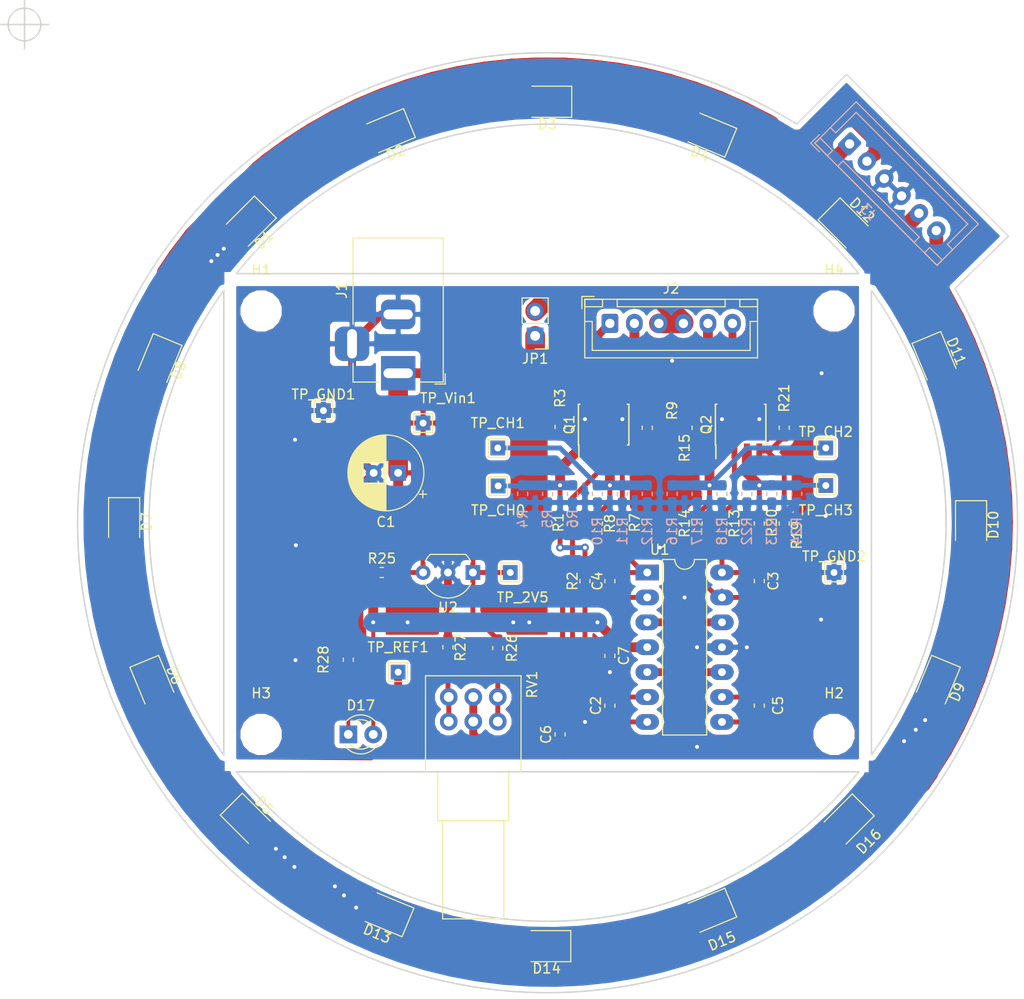
<source format=kicad_pcb>
(kicad_pcb (version 20171130) (host pcbnew "(5.0.1)-4")
  (layers (0 F.Cu signal) (31 B.Cu signal) (34 B.Paste user) (35 F.Paste user) (36 B.SilkS user) (37 F.SilkS user) (38 B.Mask user) (39 F.Mask user) (44 Edge.Cuts user))
  (net 0 "")
  (net 1 +15V)
  (net 2 GND)
  (net 3 "Net-(C2-Pad1)")
  (net 4 "Net-(C2-Pad2)")
  (net 5 "Net-(C3-Pad2)")
  (net 6 "Net-(C3-Pad1)")
  (net 7 /Vref)
  (net 8 "Net-(D1-Pad1)")
  (net 9 /LED_A)
  (net 10 "Net-(D2-Pad1)")
  (net 11 "Net-(D3-Pad1)")
  (net 12 /LED_K0)
  (net 13 "Net-(D5-Pad1)")
  (net 14 "Net-(D6-Pad1)")
  (net 15 "Net-(D7-Pad1)")
  (net 16 /LED_K1)
  (net 17 "Net-(D10-Pad2)")
  (net 18 "Net-(D10-Pad1)")
  (net 19 "Net-(D11-Pad1)")
  (net 20 /LED_K2)
  (net 21 "Net-(D13-Pad1)")
  (net 22 "Net-(D14-Pad1)")
  (net 23 "Net-(D15-Pad1)")
  (net 24 /LED_K3)
  (net 25 "Net-(Q1-Pad4)")
  (net 26 "Net-(Q1-Pad3)")
  (net 27 "Net-(Q1-Pad2)")
  (net 28 "Net-(Q1-Pad1)")
  (net 29 "Net-(Q2-Pad1)")
  (net 30 "Net-(Q2-Pad2)")
  (net 31 "Net-(Q2-Pad3)")
  (net 32 "Net-(Q2-Pad4)")
  (net 33 "Net-(D17-Pad1)")
  (net 34 "Net-(R26-Pad2)")
  (net 35 "Net-(R25-Pad2)")
  (net 36 "Net-(C4-Pad2)")
  (net 37 "Net-(C4-Pad1)")
  (net 38 "Net-(C5-Pad2)")
  (net 39 "Net-(C5-Pad1)")
  (net 40 /LED_AX)
  (net 41 /LED_K0X)
  (net 42 /LED_K3X)
  (net 43 /LED_K2X)
  (net 44 /LED_K1X)
  (net 45 "Net-(R27-Pad1)")
  (module TestPoint:TestPoint_THTPad_1.5x1.5mm_Drill0.7mm (layer F.Cu) (at 124.89 93.98)
    (fp_text reference TP_CH2 (at 0 -1.648) (layer F.SilkS))
    (fp_text value TestPoint)
    (pad 1 thru_hole rect (at 0 0) (size 1.5 1.5) (drill 0.7) (layers *.Cu *.Mask) (net 29 "Net-(Q2-Pad1)"))
  )
  (module TestPoint:TestPoint_THTPad_1.5x1.5mm_Drill0.7mm (layer F.Cu) (at 81.28 116.84)
    (fp_text reference TP_REF1 (at 0 -2.54) (layer F.SilkS))
    (fp_text value TestPoint)
    (pad 1 thru_hole rect (at 0 0) (size 1.5 1.5) (drill 0.7) (layers *.Cu *.Mask) (net 7 /Vref))
  )
  (module TestPoint:TestPoint_THTPad_1.5x1.5mm_Drill0.7mm (layer F.Cu) (at 125.73 106.68)
    (fp_text reference TP_GND2 (at 0 -1.648) (layer F.SilkS))
    (fp_text value TestPoint)
    (pad 1 thru_hole rect (at 0 0) (size 1.5 1.5) (drill 0.7) (layers *.Cu *.Mask) (net 2 GND))
  )
  (module TestPoint:TestPoint_THTPad_1.5x1.5mm_Drill0.7mm (layer F.Cu) (at 73.66 90.17)
    (fp_text reference TP_GND1 (at 0 -1.648) (layer F.SilkS))
    (fp_text value TestPoint)
    (pad 1 thru_hole rect (at 0 0) (size 1.5 1.5) (drill 0.7) (layers *.Cu *.Mask) (net 2 GND))
  )
  (module TestPoint:TestPoint_THTPad_1.5x1.5mm_Drill0.7mm (layer F.Cu) (at 91.44 93.98)
    (fp_text reference TP_CH1 (at 0 -2.54) (layer F.SilkS))
    (fp_text value TestPoint)
    (pad 1 thru_hole rect (at 0 0) (size 1.5 1.5) (drill 0.7) (layers *.Cu *.Mask) (net 26 "Net-(Q1-Pad3)"))
  )
  (module TestPoint:TestPoint_THTPad_1.5x1.5mm_Drill0.7mm (layer F.Cu) (at 91.48 97.85)
    (fp_text reference TP_CH0 (at 0 2.48) (layer F.SilkS))
    (fp_text value TestPoint)
    (pad 1 thru_hole rect (at 0 0) (size 1.5 1.5) (drill 0.7) (layers *.Cu *.Mask) (net 28 "Net-(Q1-Pad1)"))
  )
  (module TestPoint:TestPoint_THTPad_1.5x1.5mm_Drill0.7mm (layer F.Cu) (at 124.89 97.81)
    (fp_text reference TP_CH3 (at 0 2.52) (layer F.SilkS))
    (fp_text value TestPoint)
    (pad 1 thru_hole rect (at 0 0) (size 1.5 1.5) (drill 0.7) (layers *.Cu *.Mask) (net 31 "Net-(Q2-Pad3)"))
  )
  (module TestPoint:TestPoint_THTPad_1.5x1.5mm_Drill0.7mm (layer F.Cu) (at 92.71 106.68)
    (fp_text reference TP_2V5 (at 1.27 2.54) (layer F.SilkS))
    (fp_text value TestPoint)
    (pad 1 thru_hole rect (at 0 0) (size 1.5 1.5) (drill 0.7) (layers *.Cu *.Mask) (net 35 "Net-(R25-Pad2)"))
  )
  (module TestPoint:TestPoint_THTPad_1.5x1.5mm_Drill0.7mm (layer F.Cu) (at 83.82 91.44)
    (fp_text reference TP_Vin1 (at 2.54 -2.54) (layer F.SilkS))
    (fp_text value TestPoint)
    (pad 1 thru_hole rect (at 0 0) (size 1.5 1.5) (drill 0.7) (layers *.Cu *.Mask) (net 1 +15V))
  )
  (module LED_SMD:LED_1210_3225Metric_Pad1.42x2.65mm_HandSolder (layer F.Cu) (at 126.964179 71.338179 315)
    (fp_text reference D12 (at 0 -2.28 315) (layer F.SilkS))
    (fp_text value NSSW157T)
    (pad 2 smd roundrect (at 1.4875 0 315) (size 1.425 2.65) (layers F.Cu F.Paste F.Mask) (roundrect_rratio 0.175439) (net 19 "Net-(D11-Pad1)"))
    (pad 1 smd roundrect (at -1.4875 0 315) (size 1.425 2.65) (layers F.Cu F.Paste F.Mask) (roundrect_rratio 0.175439) (net 43 /LED_K2X))
  )
  (module LED_SMD:LED_1210_3225Metric_Pad1.42x2.65mm_HandSolder (layer F.Cu) (at 112.925729 141.285242 202.5)
    (fp_text reference D15 (at -0.126678 -3.285315 202.5) (layer F.SilkS))
    (fp_text value NSSW157T)
    (pad 1 smd roundrect (at -1.4875 0 202.5) (size 1.425 2.65) (layers F.Cu F.Paste F.Mask) (roundrect_rratio 0.175439) (net 23 "Net-(D15-Pad1)"))
    (pad 2 smd roundrect (at 1.4875 0 202.5) (size 1.425 2.65) (layers F.Cu F.Paste F.Mask) (roundrect_rratio 0.175439) (net 22 "Net-(D14-Pad1)"))
  )
  (module LED_SMD:LED_1210_3225Metric_Pad1.42x2.65mm_HandSolder (layer F.Cu) (at 66.004179 71.155821 225)
    (fp_text reference D1 (at 0 -2.28 225) (layer F.SilkS))
    (fp_text value NSSW157T)
    (pad 2 smd roundrect (at 1.4875 0 225) (size 1.425 2.65) (layers F.Cu F.Paste F.Mask) (roundrect_rratio 0.175439) (net 40 /LED_AX))
    (pad 1 smd roundrect (at -1.4875 0 225) (size 1.425 2.65) (layers F.Cu F.Paste F.Mask) (roundrect_rratio 0.175439) (net 8 "Net-(D1-Pad1)"))
  )
  (module LED_SMD:LED_1210_3225Metric_Pad1.42x2.65mm_HandSolder (layer F.Cu) (at 80.159729 61.783242 202.5)
    (fp_text reference D2 (at 0 -2.28 202.5) (layer F.SilkS))
    (fp_text value NSSW157T)
    (pad 1 smd roundrect (at -1.4875 0 202.5) (size 1.425 2.65) (layers F.Cu F.Paste F.Mask) (roundrect_rratio 0.175439) (net 10 "Net-(D2-Pad1)"))
    (pad 2 smd roundrect (at 1.4875 0 202.5) (size 1.425 2.65) (layers F.Cu F.Paste F.Mask) (roundrect_rratio 0.175439) (net 8 "Net-(D1-Pad1)"))
  )
  (module LED_SMD:LED_1210_3225Metric_Pad1.42x2.65mm_HandSolder (layer F.Cu) (at 96.52 58.674 180)
    (fp_text reference D3 (at 0 -2.28 180) (layer F.SilkS))
    (fp_text value NSSW157T)
    (pad 2 smd roundrect (at 1.4875 0 180) (size 1.425 2.65) (layers F.Cu F.Paste F.Mask) (roundrect_rratio 0.175439) (net 10 "Net-(D2-Pad1)"))
    (pad 1 smd roundrect (at -1.4875 0 180) (size 1.425 2.65) (layers F.Cu F.Paste F.Mask) (roundrect_rratio 0.175439) (net 11 "Net-(D3-Pad1)"))
  )
  (module LED_SMD:LED_1210_3225Metric_Pad1.42x2.65mm_HandSolder (layer F.Cu) (at 126.964179 132.115821 225)
    (fp_text reference D16 (at -0.230264 -3.053287 225) (layer F.SilkS))
    (fp_text value NSSW157T)
    (pad 1 smd roundrect (at -1.4875 0 225) (size 1.425 2.65) (layers F.Cu F.Paste F.Mask) (roundrect_rratio 0.175439) (net 42 /LED_K3X))
    (pad 2 smd roundrect (at 1.4875 0 225) (size 1.425 2.65) (layers F.Cu F.Paste F.Mask) (roundrect_rratio 0.175439) (net 23 "Net-(D15-Pad1)"))
  )
  (module LED_SMD:LED_1210_3225Metric_Pad1.42x2.65mm_HandSolder (layer F.Cu) (at 96.425 144.78 180)
    (fp_text reference D14 (at 0 -2.28 180) (layer F.SilkS))
    (fp_text value NSSW157T)
    (pad 2 smd roundrect (at 1.4875 0 180) (size 1.425 2.65) (layers F.Cu F.Paste F.Mask) (roundrect_rratio 0.175439) (net 21 "Net-(D13-Pad1)"))
    (pad 1 smd roundrect (at -1.4875 0 180) (size 1.425 2.65) (layers F.Cu F.Paste F.Mask) (roundrect_rratio 0.175439) (net 22 "Net-(D14-Pad1)"))
  )
  (module LED_SMD:LED_1210_3225Metric_Pad1.42x2.65mm_HandSolder (layer F.Cu) (at 80.01 141.416758 157.5)
    (fp_text reference D13 (at 0 -2.28 157.5) (layer F.SilkS))
    (fp_text value NSSW157T)
    (pad 1 smd roundrect (at -1.4875 0 157.5) (size 1.425 2.65) (layers F.Cu F.Paste F.Mask) (roundrect_rratio 0.175439) (net 21 "Net-(D13-Pad1)"))
    (pad 2 smd roundrect (at 1.4875 0 157.5) (size 1.425 2.65) (layers F.Cu F.Paste F.Mask) (roundrect_rratio 0.175439) (net 40 /LED_AX))
  )
  (module LED_SMD:LED_1210_3225Metric_Pad1.42x2.65mm_HandSolder (layer F.Cu) (at 139.7 101.8175 270)
    (fp_text reference D10 (at 0 -2.28 270) (layer F.SilkS))
    (fp_text value NSSW157T)
    (pad 2 smd roundrect (at 1.4875 0 270) (size 1.425 2.65) (layers F.Cu F.Paste F.Mask) (roundrect_rratio 0.175439) (net 17 "Net-(D10-Pad2)"))
    (pad 1 smd roundrect (at -1.4875 0 270) (size 1.425 2.65) (layers F.Cu F.Paste F.Mask) (roundrect_rratio 0.175439) (net 18 "Net-(D10-Pad1)"))
  )
  (module LED_SMD:LED_1210_3225Metric_Pad1.42x2.65mm_HandSolder (layer F.Cu) (at 136.205242 118.005729 247.5)
    (fp_text reference D9 (at 0 -2.28 247.5) (layer F.SilkS))
    (fp_text value NSSW157T)
    (pad 1 smd roundrect (at -1.4875 0 247.5) (size 1.425 2.65) (layers F.Cu F.Paste F.Mask) (roundrect_rratio 0.175439) (net 17 "Net-(D10-Pad2)"))
    (pad 2 smd roundrect (at 1.4875 0 247.5) (size 1.425 2.65) (layers F.Cu F.Paste F.Mask) (roundrect_rratio 0.175439) (net 40 /LED_AX))
  )
  (module LED_SMD:LED_1210_3225Metric_Pad1.42x2.65mm_HandSolder (layer F.Cu) (at 56.834758 85.194271 247.5)
    (fp_text reference D8 (at 0 -2.28 247.5) (layer F.SilkS))
    (fp_text value NSSW157T)
    (pad 2 smd roundrect (at 1.4875 0 247.5) (size 1.425 2.65) (layers F.Cu F.Paste F.Mask) (roundrect_rratio 0.175439) (net 15 "Net-(D7-Pad1)"))
    (pad 1 smd roundrect (at -1.4875 0 247.5) (size 1.425 2.65) (layers F.Cu F.Paste F.Mask) (roundrect_rratio 0.175439) (net 44 /LED_K1X))
  )
  (module LED_SMD:LED_1210_3225Metric_Pad1.42x2.65mm_HandSolder (layer F.Cu) (at 56.326758 118.005729 292.5)
    (fp_text reference D6 (at 0 -2.28 292.5) (layer F.SilkS))
    (fp_text value NSSW157T)
    (pad 1 smd roundrect (at -1.4875 0 292.5) (size 1.425 2.65) (layers F.Cu F.Paste F.Mask) (roundrect_rratio 0.175439) (net 14 "Net-(D6-Pad1)"))
    (pad 2 smd roundrect (at 1.4875 0 292.5) (size 1.425 2.65) (layers F.Cu F.Paste F.Mask) (roundrect_rratio 0.175439) (net 13 "Net-(D5-Pad1)"))
  )
  (module LED_SMD:LED_1210_3225Metric_Pad1.42x2.65mm_HandSolder (layer F.Cu) (at 66.004179 132.044179 315)
    (fp_text reference D5 (at 0 -2.28 315) (layer F.SilkS))
    (fp_text value NSSW157T)
    (pad 2 smd roundrect (at 1.4875 0 315) (size 1.425 2.65) (layers F.Cu F.Paste F.Mask) (roundrect_rratio 0.175439) (net 40 /LED_AX))
    (pad 1 smd roundrect (at -1.4875 0 315) (size 1.425 2.65) (layers F.Cu F.Paste F.Mask) (roundrect_rratio 0.175439) (net 13 "Net-(D5-Pad1)"))
  )
  (module LED_SMD:LED_1210_3225Metric_Pad1.42x2.65mm_HandSolder (layer F.Cu) (at 112.925729 61.914758 157.5)
    (fp_text reference D4 (at 0 -2.28 157.5) (layer F.SilkS))
    (fp_text value NSSW157T)
    (pad 1 smd roundrect (at -1.4875 0 157.5) (size 1.425 2.65) (layers F.Cu F.Paste F.Mask) (roundrect_rratio 0.175439) (net 41 /LED_K0X))
    (pad 2 smd roundrect (at 1.4875 0 157.5) (size 1.425 2.65) (layers F.Cu F.Paste F.Mask) (roundrect_rratio 0.175439) (net 11 "Net-(D3-Pad1)"))
  )
  (module LED_SMD:LED_1210_3225Metric_Pad1.42x2.65mm_HandSolder (layer F.Cu) (at 136.082758 84.985729 292.5)
    (fp_text reference D11 (at 0 -2.28 292.5) (layer F.SilkS))
    (fp_text value NSSW157T)
    (pad 2 smd roundrect (at 1.4875 0 292.5) (size 1.425 2.65) (layers F.Cu F.Paste F.Mask) (roundrect_rratio 0.175439) (net 18 "Net-(D10-Pad1)"))
    (pad 1 smd roundrect (at -1.4875 0 292.5) (size 1.425 2.65) (layers F.Cu F.Paste F.Mask) (roundrect_rratio 0.175439) (net 19 "Net-(D11-Pad1)"))
  )
  (module LED_SMD:LED_1210_3225Metric_Pad1.42x2.65mm_HandSolder (layer F.Cu) (at 53.34 101.505 270)
    (fp_text reference D7 (at 0 -2.28 270) (layer F.SilkS))
    (fp_text value NSSW157T)
    (pad 1 smd roundrect (at -1.4875 0 270) (size 1.425 2.65) (layers F.Cu F.Paste F.Mask) (roundrect_rratio 0.175439) (net 15 "Net-(D7-Pad1)"))
    (pad 2 smd roundrect (at 1.4875 0 270) (size 1.425 2.65) (layers F.Cu F.Paste F.Mask) (roundrect_rratio 0.175439) (net 14 "Net-(D6-Pad1)"))
  )
  (module Package_TO_SOT_THT:TO-92_Inline_Wide (layer F.Cu) (at 88.9 106.68 180)
    (fp_text reference U2 (at 2.54 -3.56 180) (layer F.SilkS))
    (fp_text value TL431LP)
    (pad 2 thru_hole circle (at 2.54 0 270) (size 1.5 1.5) (drill 0.8) (layers *.Cu *.Mask) (net 2 GND))
    (pad 3 thru_hole circle (at 5.08 0 270) (size 1.5 1.5) (drill 0.8) (layers *.Cu *.Mask) (net 35 "Net-(R25-Pad2)"))
    (pad 1 thru_hole rect (at 0 0 270) (size 1.5 1.5) (drill 0.8) (layers *.Cu *.Mask) (net 35 "Net-(R25-Pad2)"))
  )
  (module Package_DIP:DIP-14_W7.62mm_LongPads (layer F.Cu) (at 106.68 106.68)
    (fp_text reference U1 (at 1.27 -2.33) (layer F.SilkS))
    (fp_text value LM324)
    (pad 1 thru_hole rect (at 0 0) (size 2.4 1.6) (drill 0.8) (layers *.Cu *.Mask) (net 37 "Net-(C4-Pad1)"))
    (pad 8 thru_hole oval (at 7.62 15.24) (size 2.4 1.6) (drill 0.8) (layers *.Cu *.Mask) (net 39 "Net-(C5-Pad1)"))
    (pad 2 thru_hole oval (at 0 2.54) (size 2.4 1.6) (drill 0.8) (layers *.Cu *.Mask) (net 36 "Net-(C4-Pad2)"))
    (pad 9 thru_hole oval (at 7.62 12.7) (size 2.4 1.6) (drill 0.8) (layers *.Cu *.Mask) (net 38 "Net-(C5-Pad2)"))
    (pad 3 thru_hole oval (at 0 5.08) (size 2.4 1.6) (drill 0.8) (layers *.Cu *.Mask) (net 7 /Vref))
    (pad 10 thru_hole oval (at 7.62 10.16) (size 2.4 1.6) (drill 0.8) (layers *.Cu *.Mask) (net 7 /Vref))
    (pad 4 thru_hole oval (at 0 7.62) (size 2.4 1.6) (drill 0.8) (layers *.Cu *.Mask) (net 1 +15V))
    (pad 11 thru_hole oval (at 7.62 7.62) (size 2.4 1.6) (drill 0.8) (layers *.Cu *.Mask) (net 2 GND))
    (pad 5 thru_hole oval (at 0 10.16) (size 2.4 1.6) (drill 0.8) (layers *.Cu *.Mask) (net 7 /Vref))
    (pad 12 thru_hole oval (at 7.62 5.08) (size 2.4 1.6) (drill 0.8) (layers *.Cu *.Mask) (net 7 /Vref))
    (pad 6 thru_hole oval (at 0 12.7) (size 2.4 1.6) (drill 0.8) (layers *.Cu *.Mask) (net 4 "Net-(C2-Pad2)"))
    (pad 13 thru_hole oval (at 7.62 2.54) (size 2.4 1.6) (drill 0.8) (layers *.Cu *.Mask) (net 5 "Net-(C3-Pad2)"))
    (pad 7 thru_hole oval (at 0 15.24) (size 2.4 1.6) (drill 0.8) (layers *.Cu *.Mask) (net 3 "Net-(C2-Pad1)"))
    (pad 14 thru_hole oval (at 7.62 0) (size 2.4 1.6) (drill 0.8) (layers *.Cu *.Mask) (net 6 "Net-(C3-Pad1)"))
  )
  (module MountingHole:MountingHole_3.2mm_M3 (layer F.Cu) (at 67.31 123.19)
    (fp_text reference H3 (at 0 -4.2) (layer F.SilkS))
    (fp_text value MountingHole)
    (pad 1 np_thru_hole circle (at 0 0) (size 3.2 3.2) (drill 3.2) (layers *.Cu *.Mask))
  )
  (module MountingHole:MountingHole_3.2mm_M3 (layer F.Cu) (at 125.73 80.01)
    (fp_text reference H4 (at 0 -4.2) (layer F.SilkS))
    (fp_text value MountingHole)
    (pad 1 np_thru_hole circle (at 0 0) (size 3.2 3.2) (drill 3.2) (layers *.Cu *.Mask))
  )
  (module Potentiometer_THT:Potentiometer_Alps_RK097_Dual_Horizontal (layer F.Cu) (at 86.44 121.88 270)
    (fp_text reference RV1 (at -3.77 -8.5 270) (layer F.SilkS))
    (fp_text value R_POT_Dual)
    (pad 3 thru_hole circle (at 0 -5 270) (size 1.8 1.8) (drill 1) (layers *.Cu *.Mask) (net 34 "Net-(R26-Pad2)"))
    (pad 2 thru_hole circle (at 0 -2.5 270) (size 1.8 1.8) (drill 1) (layers *.Cu *.Mask) (net 7 /Vref))
    (pad 1 thru_hole circle (at 0 0 270) (size 1.8 1.8) (drill 1) (layers *.Cu *.Mask) (net 45 "Net-(R27-Pad1)"))
    (pad 6 thru_hole circle (at -2.5 -5 270) (size 1.8 1.8) (drill 1) (layers *.Cu *.Mask) (net 34 "Net-(R26-Pad2)"))
    (pad 5 thru_hole circle (at -2.5 -2.5 270) (size 1.8 1.8) (drill 1) (layers *.Cu *.Mask) (net 7 /Vref))
    (pad 4 thru_hole circle (at -2.5 0 270) (size 1.8 1.8) (drill 1) (layers *.Cu *.Mask) (net 45 "Net-(R27-Pad1)"))
  )
  (module MountingHole:MountingHole_3.2mm_M3 (layer F.Cu) (at 67.31 80.01)
    (fp_text reference H1 (at 0 -4.2) (layer F.SilkS))
    (fp_text value MountingHole)
    (pad 1 np_thru_hole circle (at 0 0) (size 3.2 3.2) (drill 3.2) (layers *.Cu *.Mask))
  )
  (module MountingHole:MountingHole_3.2mm_M3 (layer F.Cu) (at 125.73 123.19)
    (fp_text reference H2 (at 0 -4.2) (layer F.SilkS))
    (fp_text value MountingHole)
    (pad 1 np_thru_hole circle (at 0 0) (size 3.2 3.2) (drill 3.2) (layers *.Cu *.Mask))
  )
  (module LED_THT:LED_D3.0mm (layer F.Cu) (at 76.2 123.19)
    (fp_text reference D17 (at 1.27 -2.96) (layer F.SilkS))
    (fp_text value LED)
    (pad 1 thru_hole rect (at 0 0) (size 1.8 1.8) (drill 0.9) (layers *.Cu *.Mask) (net 33 "Net-(D17-Pad1)"))
    (pad 2 thru_hole circle (at 2.54 0) (size 1.8 1.8) (drill 0.9) (layers *.Cu *.Mask) (net 1 +15V))
  )
  (module Resistor_SMD:R_0603_1608Metric_Pad1.05x0.95mm_HandSolder (layer F.Cu) (at 118.11 101.685 270)
    (fp_text reference R20 (at -0.085 -1.27 270) (layer F.SilkS))
    (fp_text value 1k)
    (pad 1 smd roundrect (at -0.875 0 270) (size 1.05 0.95) (layers F.Cu F.Paste F.Mask) (net 31 "Net-(Q2-Pad3)"))
    (pad 2 smd roundrect (at 0.875 0 270) (size 1.05 0.95) (layers F.Cu F.Paste F.Mask) (net 38 "Net-(C5-Pad2)"))
  )
  (module Resistor_SMD:R_0603_1608Metric_Pad1.05x0.95mm_HandSolder (layer F.Cu) (at 120.65 91.92 90)
    (fp_text reference R21 (at 3.02 0 90) (layer F.SilkS))
    (fp_text value 47k)
    (pad 2 smd roundrect (at 0.875 0 90) (size 1.05 0.95) (layers F.Cu F.Paste F.Mask) (net 2 GND))
    (pad 1 smd roundrect (at -0.875 0 90) (size 1.05 0.95) (layers F.Cu F.Paste F.Mask) (net 32 "Net-(Q2-Pad4)"))
  )
  (module Resistor_SMD:R_0603_1608Metric_Pad1.05x0.95mm_HandSolder (layer B.Cu) (at 116.84 98.665 270)
    (fp_text reference R22 (at 3.81 0 270) (layer B.SilkS) (effects (justify mirror)))
    (fp_text value 20)
    (pad 1 smd roundrect (at -0.875 0 270) (size 1.05 0.95) (layers B.Cu B.Paste B.Mask) (net 31 "Net-(Q2-Pad3)"))
    (pad 2 smd roundrect (at 0.875 0 270) (size 1.05 0.95) (layers B.Cu B.Paste B.Mask) (net 2 GND))
  )
  (module Resistor_SMD:R_0603_1608Metric_Pad1.05x0.95mm_HandSolder (layer B.Cu) (at 121.92 98.665 270)
    (fp_text reference R24 (at 3.81 0 270) (layer B.SilkS) (effects (justify mirror)))
    (fp_text value 20)
    (pad 2 smd roundrect (at 0.875 0 270) (size 1.05 0.95) (layers B.Cu B.Paste B.Mask) (net 2 GND))
    (pad 1 smd roundrect (at -0.875 0 270) (size 1.05 0.95) (layers B.Cu B.Paste B.Mask) (net 31 "Net-(Q2-Pad3)"))
  )
  (module Resistor_SMD:R_0603_1608Metric_Pad1.05x0.95mm_HandSolder (layer F.Cu) (at 79.615 106.68)
    (fp_text reference R25 (at 0 -1.43) (layer F.SilkS))
    (fp_text value 2k)
    (pad 1 smd roundrect (at -0.875 0) (size 1.05 0.95) (layers F.Cu F.Paste F.Mask) (net 1 +15V))
    (pad 2 smd roundrect (at 0.875 0) (size 1.05 0.95) (layers F.Cu F.Paste F.Mask) (net 35 "Net-(R25-Pad2)"))
  )
  (module Resistor_SMD:R_0603_1608Metric_Pad1.05x0.95mm_HandSolder (layer F.Cu) (at 91.44 114.385 270)
    (fp_text reference R26 (at 0 -1.43 270) (layer F.SilkS))
    (fp_text value 10k)
    (pad 2 smd roundrect (at 0.875 0 270) (size 1.05 0.95) (layers F.Cu F.Paste F.Mask) (net 34 "Net-(R26-Pad2)"))
    (pad 1 smd roundrect (at -0.875 0 270) (size 1.05 0.95) (layers F.Cu F.Paste F.Mask) (net 35 "Net-(R25-Pad2)"))
  )
  (module Resistor_SMD:R_0603_1608Metric_Pad1.05x0.95mm_HandSolder (layer F.Cu) (at 86.36 114.3 90)
    (fp_text reference R27 (at 0 1.27 90) (layer F.SilkS))
    (fp_text value 100)
    (pad 1 smd roundrect (at -0.875 0 90) (size 1.05 0.95) (layers F.Cu F.Paste F.Mask) (net 45 "Net-(R27-Pad1)"))
    (pad 2 smd roundrect (at 0.875 0 90) (size 1.05 0.95) (layers F.Cu F.Paste F.Mask) (net 2 GND))
  )
  (module Resistor_SMD:R_0603_1608Metric_Pad1.05x0.95mm_HandSolder (layer F.Cu) (at 76.2 115.57 90)
    (fp_text reference R28 (at 0 -2.54 90) (layer F.SilkS))
    (fp_text value 3.3k)
    (pad 2 smd roundrect (at 0.875 0 90) (size 1.05 0.95) (layers F.Cu F.Paste F.Mask) (net 2 GND))
    (pad 1 smd roundrect (at -0.875 0 90) (size 1.05 0.95) (layers F.Cu F.Paste F.Mask) (net 33 "Net-(D17-Pad1)"))
  )
  (module Resistor_SMD:R_0603_1608Metric_Pad1.05x0.95mm_HandSolder (layer B.Cu) (at 119.38 98.665 270)
    (fp_text reference R23 (at 3.81 0 270) (layer B.SilkS) (effects (justify mirror)))
    (fp_text value 20)
    (pad 1 smd roundrect (at -0.875 0 270) (size 1.05 0.95) (layers B.Cu B.Paste B.Mask) (net 31 "Net-(Q2-Pad3)"))
    (pad 2 smd roundrect (at 0.875 0 270) (size 1.05 0.95) (layers B.Cu B.Paste B.Mask) (net 2 GND))
  )
  (module Resistor_SMD:R_0603_1608Metric_Pad1.05x0.95mm_HandSolder (layer B.Cu) (at 93.98 98.665 270)
    (fp_text reference R4 (at 2.54 0 270) (layer B.SilkS) (effects (justify mirror)))
    (fp_text value 20)
    (pad 2 smd roundrect (at 0.875 0 270) (size 1.05 0.95) (layers B.Cu B.Paste B.Mask) (net 2 GND))
    (pad 1 smd roundrect (at -0.875 0 270) (size 1.05 0.95) (layers B.Cu B.Paste B.Mask) (net 28 "Net-(Q1-Pad1)"))
  )
  (module Resistor_SMD:R_0603_1608Metric_Pad1.05x0.95mm_HandSolder (layer F.Cu) (at 101.6 101.685 270)
    (fp_text reference R8 (at 0 -1.27 270) (layer F.SilkS))
    (fp_text value 1k)
    (pad 1 smd roundrect (at -0.875 0 270) (size 1.05 0.95) (layers F.Cu F.Paste F.Mask) (net 26 "Net-(Q1-Pad3)"))
    (pad 2 smd roundrect (at 0.875 0 270) (size 1.05 0.95) (layers F.Cu F.Paste F.Mask) (net 36 "Net-(C4-Pad2)"))
  )
  (module Resistor_SMD:R_0603_1608Metric_Pad1.05x0.95mm_HandSolder (layer B.Cu) (at 106.68 98.665 270)
    (fp_text reference R12 (at 3.81 0 270) (layer B.SilkS) (effects (justify mirror)))
    (fp_text value 20)
    (pad 2 smd roundrect (at 0.875 0 270) (size 1.05 0.95) (layers B.Cu B.Paste B.Mask) (net 2 GND))
    (pad 1 smd roundrect (at -0.875 0 270) (size 1.05 0.95) (layers B.Cu B.Paste B.Mask) (net 26 "Net-(Q1-Pad3)"))
  )
  (module Resistor_SMD:R_0603_1608Metric_Pad1.05x0.95mm_HandSolder (layer B.Cu) (at 109.22 98.665 270)
    (fp_text reference R16 (at 3.81 0 270) (layer B.SilkS) (effects (justify mirror)))
    (fp_text value 20)
    (pad 1 smd roundrect (at -0.875 0 270) (size 1.05 0.95) (layers B.Cu B.Paste B.Mask) (net 29 "Net-(Q2-Pad1)"))
    (pad 2 smd roundrect (at 0.875 0 270) (size 1.05 0.95) (layers B.Cu B.Paste B.Mask) (net 2 GND))
  )
  (module Package_SO:SOIC-8_3.9x4.9mm_P1.27mm (layer F.Cu) (at 116.205 91.6 90)
    (fp_text reference Q2 (at 0 -3.5 90) (layer F.SilkS))
    (fp_text value uPA2753)
    (pad 8 smd rect (at 2.7 -1.905 90) (size 1.55 0.6) (layers F.Cu F.Paste F.Mask) (net 20 /LED_K2))
    (pad 7 smd rect (at 2.7 -0.635 90) (size 1.55 0.6) (layers F.Cu F.Paste F.Mask) (net 20 /LED_K2))
    (pad 6 smd rect (at 2.7 0.635 90) (size 1.55 0.6) (layers F.Cu F.Paste F.Mask) (net 24 /LED_K3))
    (pad 5 smd rect (at 2.7 1.905 90) (size 1.55 0.6) (layers F.Cu F.Paste F.Mask) (net 24 /LED_K3))
    (pad 4 smd rect (at -2.7 1.905 90) (size 1.55 0.6) (layers F.Cu F.Paste F.Mask) (net 32 "Net-(Q2-Pad4)"))
    (pad 3 smd rect (at -2.7 0.635 90) (size 1.55 0.6) (layers F.Cu F.Paste F.Mask) (net 31 "Net-(Q2-Pad3)"))
    (pad 2 smd rect (at -2.7 -0.635 90) (size 1.55 0.6) (layers F.Cu F.Paste F.Mask) (net 30 "Net-(Q2-Pad2)"))
    (pad 1 smd rect (at -2.7 -1.905 90) (size 1.55 0.6) (layers F.Cu F.Paste F.Mask) (net 29 "Net-(Q2-Pad1)"))
  )
  (module Package_SO:SOIC-8_3.9x4.9mm_P1.27mm (layer F.Cu) (at 102.235 91.6 90)
    (fp_text reference Q1 (at 0 -3.5 90) (layer F.SilkS))
    (fp_text value uPA2753)
    (pad 1 smd rect (at -2.7 -1.905 90) (size 1.55 0.6) (layers F.Cu F.Paste F.Mask) (net 28 "Net-(Q1-Pad1)"))
    (pad 2 smd rect (at -2.7 -0.635 90) (size 1.55 0.6) (layers F.Cu F.Paste F.Mask) (net 27 "Net-(Q1-Pad2)"))
    (pad 3 smd rect (at -2.7 0.635 90) (size 1.55 0.6) (layers F.Cu F.Paste F.Mask) (net 26 "Net-(Q1-Pad3)"))
    (pad 4 smd rect (at -2.7 1.905 90) (size 1.55 0.6) (layers F.Cu F.Paste F.Mask) (net 25 "Net-(Q1-Pad4)"))
    (pad 5 smd rect (at 2.7 1.905 90) (size 1.55 0.6) (layers F.Cu F.Paste F.Mask) (net 16 /LED_K1))
    (pad 6 smd rect (at 2.7 0.635 90) (size 1.55 0.6) (layers F.Cu F.Paste F.Mask) (net 16 /LED_K1))
    (pad 7 smd rect (at 2.7 -0.635 90) (size 1.55 0.6) (layers F.Cu F.Paste F.Mask) (net 12 /LED_K0))
    (pad 8 smd rect (at 2.7 -1.905 90) (size 1.55 0.6) (layers F.Cu F.Paste F.Mask) (net 12 /LED_K0))
  )
  (module Connector_JST:JST_XH_B06B-XH-A_1x06_P2.50mm_Vertical (layer F.Cu) (at 102.87 81.28)
    (fp_text reference J2 (at 6.25 -3.55) (layer F.SilkS))
    (fp_text value "BS 6P-SHF-1AA")
    (pad 6 thru_hole oval (at 12.5 0) (size 1.7 1.95) (drill 0.95) (layers *.Cu *.Mask) (net 24 /LED_K3))
    (pad 5 thru_hole oval (at 10 0) (size 1.7 1.95) (drill 0.95) (layers *.Cu *.Mask) (net 20 /LED_K2))
    (pad 4 thru_hole oval (at 7.5 0) (size 1.7 1.95) (drill 0.95) (layers *.Cu *.Mask) (net 9 /LED_A))
    (pad 3 thru_hole oval (at 5 0) (size 1.7 1.95) (drill 0.95) (layers *.Cu *.Mask) (net 9 /LED_A))
    (pad 2 thru_hole oval (at 2.5 0) (size 1.7 1.95) (drill 0.95) (layers *.Cu *.Mask) (net 16 /LED_K1))
    (pad 1 thru_hole roundrect (at 0 0) (size 1.7 1.95) (drill 0.95) (layers *.Cu *.Mask) (roundrect_rratio 0.147059) (net 12 /LED_K0))
  )
  (module Connector_JST:JST_XH_B06B-XH-A_1x06_P2.50mm_Vertical (layer B.Cu) (at 127.314466 62.974466 315)
    (fp_text reference J3 (at 6.249999 3.55 315) (layer B.SilkS) (effects (justify mirror)))
    (fp_text value "BS 6P-SHF-1AA")
    (pad 1 thru_hole roundrect (at 0 0 315) (size 1.7 1.95) (drill 0.95) (layers *.Cu *.Mask) (roundrect_rratio 0.147059) (net 41 /LED_K0X))
    (pad 2 thru_hole oval (at 2.5 0 315) (size 1.7 1.95) (drill 0.95) (layers *.Cu *.Mask) (net 44 /LED_K1X))
    (pad 3 thru_hole oval (at 5 0 315) (size 1.7 1.95) (drill 0.95) (layers *.Cu *.Mask) (net 40 /LED_AX))
    (pad 4 thru_hole oval (at 7.5 0 315) (size 1.7 1.95) (drill 0.95) (layers *.Cu *.Mask) (net 40 /LED_AX))
    (pad 5 thru_hole oval (at 10 0 315) (size 1.7 1.95) (drill 0.95) (layers *.Cu *.Mask) (net 43 /LED_K2X))
    (pad 6 thru_hole oval (at 12.5 0 315) (size 1.7 1.95) (drill 0.95) (layers *.Cu *.Mask) (net 42 /LED_K3X))
  )
  (module Capacitor_THT:CP_Radial_D7.5mm_P2.50mm (layer F.Cu) (at 81.28 96.52 180)
    (fp_text reference C1 (at 1.25 -5 180) (layer F.SilkS))
    (fp_text value 100uF/25V)
    (pad 1 thru_hole rect (at 0 0 180) (size 1.6 1.6) (drill 0.8) (layers *.Cu *.Mask) (net 1 +15V))
    (pad 2 thru_hole circle (at 2.5 0 180) (size 1.6 1.6) (drill 0.8) (layers *.Cu *.Mask) (net 2 GND))
  )
  (module Capacitor_SMD:C_0603_1608Metric_Pad1.05x0.95mm_HandSolder (layer F.Cu) (at 102.87 120.255 90)
    (fp_text reference C2 (at 0 -1.43 90) (layer F.SilkS))
    (fp_text value 100nF)
    (pad 1 smd roundrect (at -0.875 0 90) (size 1.05 0.95) (layers F.Cu F.Paste F.Mask) (net 3 "Net-(C2-Pad1)"))
    (pad 2 smd roundrect (at 0.875 0 90) (size 1.05 0.95) (layers F.Cu F.Paste F.Mask) (net 4 "Net-(C2-Pad2)"))
  )
  (module Capacitor_SMD:C_0603_1608Metric_Pad1.05x0.95mm_HandSolder (layer F.Cu) (at 118.11 107.555 270)
    (fp_text reference C3 (at 0 -1.43 270) (layer F.SilkS))
    (fp_text value 100nF)
    (pad 2 smd roundrect (at 0.875 0 270) (size 1.05 0.95) (layers F.Cu F.Paste F.Mask) (net 5 "Net-(C3-Pad2)"))
    (pad 1 smd roundrect (at -0.875 0 270) (size 1.05 0.95) (layers F.Cu F.Paste F.Mask) (net 6 "Net-(C3-Pad1)"))
  )
  (module Capacitor_SMD:C_0603_1608Metric_Pad1.05x0.95mm_HandSolder (layer F.Cu) (at 102.87 107.555 270)
    (fp_text reference C4 (at 0 1.27 270) (layer F.SilkS))
    (fp_text value 100nF)
    (pad 2 smd roundrect (at 0.875 0 270) (size 1.05 0.95) (layers F.Cu F.Paste F.Mask) (net 36 "Net-(C4-Pad2)"))
    (pad 1 smd roundrect (at -0.875 0 270) (size 1.05 0.95) (layers F.Cu F.Paste F.Mask) (net 37 "Net-(C4-Pad1)"))
  )
  (module Capacitor_SMD:C_0603_1608Metric_Pad1.05x0.95mm_HandSolder (layer F.Cu) (at 118.11 120.255 90)
    (fp_text reference C5 (at 0 1.905 90) (layer F.SilkS))
    (fp_text value 100nF)
    (pad 1 smd roundrect (at -0.875 0 90) (size 1.05 0.95) (layers F.Cu F.Paste F.Mask) (net 39 "Net-(C5-Pad1)"))
    (pad 2 smd roundrect (at 0.875 0 90) (size 1.05 0.95) (layers F.Cu F.Paste F.Mask) (net 38 "Net-(C5-Pad2)"))
  )
  (module Capacitor_SMD:C_0603_1608Metric_Pad1.05x0.95mm_HandSolder (layer F.Cu) (at 97.79 123.19 90)
    (fp_text reference C6 (at 0 -1.43 90) (layer F.SilkS))
    (fp_text value 1uF)
    (pad 1 smd roundrect (at -0.875 0 90) (size 1.05 0.95) (layers F.Cu F.Paste F.Mask) (net 7 /Vref))
    (pad 2 smd roundrect (at 0.875 0 90) (size 1.05 0.95) (layers F.Cu F.Paste F.Mask) (net 2 GND))
  )
  (module Capacitor_SMD:C_0603_1608Metric_Pad1.05x0.95mm_HandSolder (layer F.Cu) (at 102.87 115.175 270)
    (fp_text reference C7 (at 0 -1.43 270) (layer F.SilkS))
    (fp_text value 100nF)
    (pad 2 smd roundrect (at 0.875 0 270) (size 1.05 0.95) (layers F.Cu F.Paste F.Mask) (net 2 GND))
    (pad 1 smd roundrect (at -0.875 0 270) (size 1.05 0.95) (layers F.Cu F.Paste F.Mask) (net 1 +15V))
  )
  (module Connector_BarrelJack:BarrelJack_Horizontal (layer F.Cu) (at 81.28 86.36 270)
    (fp_text reference J1 (at -8.45 5.75 270) (layer F.SilkS))
    (fp_text value Barrel_Jack_Switch)
    (pad 1 thru_hole rect (at 0 0 270) (size 3.5 3.5) (drill oval 1 3) (layers *.Cu *.Mask) (net 1 +15V))
    (pad 2 thru_hole roundrect (at -6 0 270) (size 3 3.5) (drill oval 1 3) (layers *.Cu *.Mask) (net 2 GND))
    (pad 3 thru_hole roundrect (at -3 4.7 270) (size 3.5 3.5) (drill oval 3 1) (layers *.Cu *.Mask) (net 2 GND))
  )
  (module Connector_PinHeader_2.54mm:PinHeader_1x02_P2.54mm_Vertical (layer F.Cu) (at 95.25 82.55 180)
    (fp_text reference JP1 (at 0 -2.33 180) (layer F.SilkS))
    (fp_text value Jumper)
    (pad 1 thru_hole rect (at 0 0 180) (size 1.7 1.7) (drill 1) (layers *.Cu *.Mask) (net 1 +15V))
    (pad 2 thru_hole oval (at 0 2.54 180) (size 1.7 1.7) (drill 1) (layers *.Cu *.Mask) (net 9 /LED_A))
  )
  (module Resistor_SMD:R_0603_1608Metric_Pad1.05x0.95mm_HandSolder (layer F.Cu) (at 99.06 101.685 90)
    (fp_text reference R1 (at 0.085 -1.43 90) (layer F.SilkS))
    (fp_text value 1k)
    (pad 1 smd roundrect (at -0.875 0 90) (size 1.05 0.95) (layers F.Cu F.Paste F.Mask) (net 3 "Net-(C2-Pad1)"))
    (pad 2 smd roundrect (at 0.875 0 90) (size 1.05 0.95) (layers F.Cu F.Paste F.Mask) (net 27 "Net-(Q1-Pad2)"))
  )
  (module Resistor_SMD:R_0603_1608Metric_Pad1.05x0.95mm_HandSolder (layer F.Cu) (at 100.33 107.555 270)
    (fp_text reference R2 (at 0 1.27 270) (layer F.SilkS))
    (fp_text value 1k)
    (pad 1 smd roundrect (at -0.875 0 270) (size 1.05 0.95) (layers F.Cu F.Paste F.Mask) (net 28 "Net-(Q1-Pad1)"))
    (pad 2 smd roundrect (at 0.875 0 270) (size 1.05 0.95) (layers F.Cu F.Paste F.Mask) (net 4 "Net-(C2-Pad2)"))
  )
  (module Resistor_SMD:R_0603_1608Metric_Pad1.05x0.95mm_HandSolder (layer F.Cu) (at 97.79 91.835 90)
    (fp_text reference R3 (at 2.935 0 90) (layer F.SilkS))
    (fp_text value 47k)
    (pad 1 smd roundrect (at -0.875 0 90) (size 1.05 0.95) (layers F.Cu F.Paste F.Mask) (net 27 "Net-(Q1-Pad2)"))
    (pad 2 smd roundrect (at 0.875 0 90) (size 1.05 0.95) (layers F.Cu F.Paste F.Mask) (net 2 GND))
  )
  (module Resistor_SMD:R_0603_1608Metric_Pad1.05x0.95mm_HandSolder (layer B.Cu) (at 96.52 98.665 270)
    (fp_text reference R5 (at 2.54 0 270) (layer B.SilkS) (effects (justify mirror)))
    (fp_text value 20)
    (pad 2 smd roundrect (at 0.875 0 270) (size 1.05 0.95) (layers B.Cu B.Paste B.Mask) (net 2 GND))
    (pad 1 smd roundrect (at -0.875 0 270) (size 1.05 0.95) (layers B.Cu B.Paste B.Mask) (net 28 "Net-(Q1-Pad1)"))
  )
  (module Resistor_SMD:R_0603_1608Metric_Pad1.05x0.95mm_HandSolder (layer B.Cu) (at 99.06 98.665 270)
    (fp_text reference R6 (at 2.54 0 270) (layer B.SilkS) (effects (justify mirror)))
    (fp_text value 20)
    (pad 2 smd roundrect (at 0.875 0 270) (size 1.05 0.95) (layers B.Cu B.Paste B.Mask) (net 2 GND))
    (pad 1 smd roundrect (at -0.875 0 270) (size 1.05 0.95) (layers B.Cu B.Paste B.Mask) (net 28 "Net-(Q1-Pad1)"))
  )
  (module Resistor_SMD:R_0603_1608Metric_Pad1.05x0.95mm_HandSolder (layer F.Cu) (at 104.14 101.685 90)
    (fp_text reference R7 (at 0.085 1.27 90) (layer F.SilkS))
    (fp_text value 1k)
    (pad 2 smd roundrect (at 0.875 0 90) (size 1.05 0.95) (layers F.Cu F.Paste F.Mask) (net 25 "Net-(Q1-Pad4)"))
    (pad 1 smd roundrect (at -0.875 0 90) (size 1.05 0.95) (layers F.Cu F.Paste F.Mask) (net 37 "Net-(C4-Pad1)"))
  )
  (module Resistor_SMD:R_0603_1608Metric_Pad1.05x0.95mm_HandSolder (layer F.Cu) (at 106.68 91.92 90)
    (fp_text reference R9 (at 1.75 2.54 90) (layer F.SilkS))
    (fp_text value 47k)
    (pad 2 smd roundrect (at 0.875 0 90) (size 1.05 0.95) (layers F.Cu F.Paste F.Mask) (net 2 GND))
    (pad 1 smd roundrect (at -0.875 0 90) (size 1.05 0.95) (layers F.Cu F.Paste F.Mask) (net 25 "Net-(Q1-Pad4)"))
  )
  (module Resistor_SMD:R_0603_1608Metric_Pad1.05x0.95mm_HandSolder (layer B.Cu) (at 101.6 98.665 270)
    (fp_text reference R10 (at 3.81 0 270) (layer B.SilkS) (effects (justify mirror)))
    (fp_text value 20)
    (pad 1 smd roundrect (at -0.875 0 270) (size 1.05 0.95) (layers B.Cu B.Paste B.Mask) (net 26 "Net-(Q1-Pad3)"))
    (pad 2 smd roundrect (at 0.875 0 270) (size 1.05 0.95) (layers B.Cu B.Paste B.Mask) (net 2 GND))
  )
  (module Resistor_SMD:R_0603_1608Metric_Pad1.05x0.95mm_HandSolder (layer B.Cu) (at 104.14 98.665 270)
    (fp_text reference R11 (at 3.81 0 270) (layer B.SilkS) (effects (justify mirror)))
    (fp_text value 20)
    (pad 1 smd roundrect (at -0.875 0 270) (size 1.05 0.95) (layers B.Cu B.Paste B.Mask) (net 26 "Net-(Q1-Pad3)"))
    (pad 2 smd roundrect (at 0.875 0 270) (size 1.05 0.95) (layers B.Cu B.Paste B.Mask) (net 2 GND))
  )
  (module Resistor_SMD:R_0603_1608Metric_Pad1.05x0.95mm_HandSolder (layer F.Cu) (at 114.3 101.685 90)
    (fp_text reference R13 (at 0 1.27 90) (layer F.SilkS))
    (fp_text value 1k)
    (pad 2 smd roundrect (at 0.875 0 90) (size 1.05 0.95) (layers F.Cu F.Paste F.Mask) (net 30 "Net-(Q2-Pad2)"))
    (pad 1 smd roundrect (at -0.875 0 90) (size 1.05 0.95) (layers F.Cu F.Paste F.Mask) (net 6 "Net-(C3-Pad1)"))
  )
  (module Resistor_SMD:R_0603_1608Metric_Pad1.05x0.95mm_HandSolder (layer F.Cu) (at 111.76 101.685 270)
    (fp_text reference R14 (at 0 1.27 270) (layer F.SilkS))
    (fp_text value 1k)
    (pad 2 smd roundrect (at 0.875 0 270) (size 1.05 0.95) (layers F.Cu F.Paste F.Mask) (net 5 "Net-(C3-Pad2)"))
    (pad 1 smd roundrect (at -0.875 0 270) (size 1.05 0.95) (layers F.Cu F.Paste F.Mask) (net 29 "Net-(Q2-Pad1)"))
  )
  (module Resistor_SMD:R_0603_1608Metric_Pad1.05x0.95mm_HandSolder (layer F.Cu) (at 111.76 91.92 90)
    (fp_text reference R15 (at -2.06 -1.27 90) (layer F.SilkS))
    (fp_text value 47k)
    (pad 2 smd roundrect (at 0.875 0 90) (size 1.05 0.95) (layers F.Cu F.Paste F.Mask) (net 2 GND))
    (pad 1 smd roundrect (at -0.875 0 90) (size 1.05 0.95) (layers F.Cu F.Paste F.Mask) (net 30 "Net-(Q2-Pad2)"))
  )
  (module Resistor_SMD:R_0603_1608Metric_Pad1.05x0.95mm_HandSolder (layer B.Cu) (at 111.76 98.665 270)
    (fp_text reference R17 (at 3.81 0 270) (layer B.SilkS) (effects (justify mirror)))
    (fp_text value 20)
    (pad 2 smd roundrect (at 0.875 0 270) (size 1.05 0.95) (layers B.Cu B.Paste B.Mask) (net 2 GND))
    (pad 1 smd roundrect (at -0.875 0 270) (size 1.05 0.95) (layers B.Cu B.Paste B.Mask) (net 29 "Net-(Q2-Pad1)"))
  )
  (module Resistor_SMD:R_0603_1608Metric_Pad1.05x0.95mm_HandSolder (layer B.Cu) (at 114.3 98.665 270)
    (fp_text reference R18 (at 3.81 0 270) (layer B.SilkS) (effects (justify mirror)))
    (fp_text value 20)
    (pad 1 smd roundrect (at -0.875 0 270) (size 1.05 0.95) (layers B.Cu B.Paste B.Mask) (net 29 "Net-(Q2-Pad1)"))
    (pad 2 smd roundrect (at 0.875 0 270) (size 1.05 0.95) (layers B.Cu B.Paste B.Mask) (net 2 GND))
  )
  (module Resistor_SMD:R_0603_1608Metric_Pad1.05x0.95mm_HandSolder (layer F.Cu) (at 120.65 101.685 90)
    (fp_text reference R19 (at -1.185 1.27 90) (layer F.SilkS))
    (fp_text value 1k)
    (pad 1 smd roundrect (at -0.875 0 90) (size 1.05 0.95) (layers F.Cu F.Paste F.Mask) (net 39 "Net-(C5-Pad1)"))
    (pad 2 smd roundrect (at 0.875 0 90) (size 1.05 0.95) (layers F.Cu F.Paste F.Mask) (net 32 "Net-(Q2-Pad4)"))
  )
  (gr_arc (start 96.52 101.6) (end 63.500001 77.910001) (angle -71.31464079) (layer Edge.Cuts) (width 0.15))
  (gr_arc (start 96.52 101.6) (end 128.249999 76.200001) (angle -102.6451584) (layer Edge.Cuts) (width 0.15))
  (gr_arc (start 96.52 101.6) (end 129.54 125.28) (angle -71.28026863) (layer Edge.Cuts) (width 0.15))
  (gr_arc (start 96.52 101.6) (end 64.800001 127.009999) (angle -102.587893) (layer Edge.Cuts) (width 0.15))
  (gr_line (start 63.5 125.29) (end 63.5 77.91) (layer Edge.Cuts) (width 0.15))
  (gr_line (start 128.24 127) (end 64.8 127) (layer Edge.Cuts) (width 0.15))
  (gr_line (start 129.54 77.92) (end 129.54 125.28) (layer Edge.Cuts) (width 0.15))
  (gr_line (start 64.79 76.2) (end 128.25 76.2) (layer Edge.Cuts) (width 0.15))
  (gr_arc (start 96.52 101.6) (end 121.919999 60.960001) (angle -331.898874) (layer Edge.Cuts) (width 0.15))
  (gr_line (start 143.51 72.39) (end 138.07 77.71) (layer Edge.Cuts) (width 0.15))
  (gr_line (start 127 55.88) (end 143.51 72.39) (layer Edge.Cuts) (width 0.15))
  (gr_line (start 121.92 60.96) (end 127 55.88) (layer Edge.Cuts) (width 0.15))
  (target plus (at 43.18 50.8) (size 5) (width 0.15) (layer Edge.Cuts))
  (segment (start 78.74 123.19) (end 78.74 111.76) (width 0.4) (layer F.Cu) (net 1))
  (segment (start 81.28 99.06) (end 81.28 96.52) (width 1) (layer F.Cu) (net 1))
  (segment (start 78.74 101.6) (end 81.28 99.06) (width 1) (layer F.Cu) (net 1))
  (segment (start 101.6 111.76) (end 101.6 111.76) (width 1) (layer F.Cu) (net 1))
  (via (at 101.6 111.76) (size 0.8) (drill 0.4) (layers F.Cu B.Cu) (net 1))
  (segment (start 101.6 111.76) (end 94.65 111.76) (width 2) (layer B.Cu) (net 1))
  (segment (start 78.74 111.76) (end 78.74 101.6) (width 1) (layer F.Cu) (net 1))
  (via (at 78.74 111.76) (size 0.8) (drill 0.4) (layers F.Cu B.Cu) (net 1))
  (segment (start 95.25 84.4) (end 95.25 82.55) (width 2) (layer F.Cu) (net 1))
  (segment (start 93.29 86.36) (end 95.25 84.4) (width 2) (layer F.Cu) (net 1))
  (segment (start 81.28 86.36) (end 93.29 86.36) (width 1) (layer F.Cu) (net 1))
  (segment (start 81.28 86.36) (end 81.28 96.52) (width 2) (layer F.Cu) (net 1))
  (segment (start 106.68 114.3) (end 102.87 114.3) (width 1) (layer F.Cu) (net 1))
  (segment (start 102.87 113.03) (end 101.6 111.76) (width 1) (layer F.Cu) (net 1))
  (segment (start 102.87 114.3) (end 102.87 113.03) (width 1) (layer F.Cu) (net 1))
  (segment (start 93.02 111.76) (end 82.25 111.76) (width 2) (layer B.Cu) (net 1))
  (via (at 93.02 111.76) (size 0.8) (drill 0.4) (layers F.Cu B.Cu) (net 1))
  (segment (start 94.65 111.76) (end 93.02 111.76) (width 2) (layer B.Cu) (net 1))
  (via (at 94.65 111.76) (size 0.8) (drill 0.4) (layers F.Cu B.Cu) (net 1))
  (segment (start 82.25 111.76) (end 78.74 111.76) (width 2) (layer B.Cu) (net 1))
  (via (at 82.25 111.76) (size 0.8) (drill 0.4) (layers F.Cu B.Cu) (net 1))
  (segment (start 121.49051 100.02) (end 121.92 100.02) (width 0.25) (layer B.Cu) (net 2))
  (segment (start 78.78 96.52) (end 78.78 100.37) (width 0.8) (layer B.Cu) (net 2))
  (segment (start 78.78 100.37) (end 81.28 102.87) (width 0.8) (layer B.Cu) (net 2))
  (segment (start 120.65 100.81) (end 121.92 99.54) (width 0.8) (layer B.Cu) (net 2))
  (segment (start 92.71 100.81) (end 93.98 99.54) (width 0.8) (layer B.Cu) (net 2))
  (segment (start 90.65 102.87) (end 90.65 102.87) (width 0.8) (layer B.Cu) (net 2))
  (segment (start 96.52 99.54) (end 96.52 100.81) (width 0.8) (layer B.Cu) (net 2))
  (segment (start 92.71 100.81) (end 96.52 100.81) (width 0.8) (layer B.Cu) (net 2))
  (segment (start 99.06 99.54) (end 99.06 100.81) (width 0.8) (layer B.Cu) (net 2))
  (segment (start 96.52 100.81) (end 99.06 100.81) (width 0.8) (layer B.Cu) (net 2))
  (segment (start 101.6 99.54) (end 101.6 100.81) (width 0.8) (layer B.Cu) (net 2))
  (segment (start 99.06 100.81) (end 101.6 100.81) (width 0.8) (layer B.Cu) (net 2))
  (segment (start 104.14 99.54) (end 104.14 100.81) (width 0.8) (layer B.Cu) (net 2))
  (segment (start 101.6 100.81) (end 104.14 100.81) (width 0.8) (layer B.Cu) (net 2))
  (segment (start 106.68 99.54) (end 106.68 100.81) (width 0.8) (layer B.Cu) (net 2))
  (segment (start 104.14 100.81) (end 106.68 100.81) (width 0.8) (layer B.Cu) (net 2))
  (segment (start 109.22 99.54) (end 109.22 100.81) (width 0.8) (layer B.Cu) (net 2))
  (segment (start 106.68 100.81) (end 109.22 100.81) (width 0.8) (layer B.Cu) (net 2))
  (segment (start 111.76 99.54) (end 111.76 100.81) (width 0.8) (layer B.Cu) (net 2))
  (segment (start 114.3 99.54) (end 114.3 100.81) (width 0.8) (layer B.Cu) (net 2))
  (segment (start 111.76 100.81) (end 114.3 100.81) (width 0.8) (layer B.Cu) (net 2))
  (segment (start 114.3 100.81) (end 116.84 100.81) (width 0.8) (layer B.Cu) (net 2))
  (segment (start 119.38 99.54) (end 119.38 100.81) (width 0.8) (layer B.Cu) (net 2))
  (segment (start 116.84 100.81) (end 119.38 100.81) (width 0.8) (layer B.Cu) (net 2))
  (segment (start 119.38 100.81) (end 120.65 100.81) (width 0.8) (layer B.Cu) (net 2))
  (segment (start 116.84 99.54) (end 116.84 100.81) (width 0.8) (layer B.Cu) (net 2))
  (segment (start 110.49 100.81) (end 111.76 100.81) (width 0.8) (layer B.Cu) (net 2))
  (segment (start 109.22 100.81) (end 110.49 100.81) (width 0.8) (layer B.Cu) (net 2))
  (segment (start 111.76 114.3) (end 111.76 114.3) (width 0.8) (layer B.Cu) (net 2))
  (segment (start 110.49 100.81) (end 110.49 109.22) (width 0.8) (layer B.Cu) (net 2))
  (segment (start 110.49 113.03) (end 111.76 114.3) (width 0.8) (layer B.Cu) (net 2))
  (segment (start 110.49 113.03) (end 110.49 123.19) (width 0.8) (layer B.Cu) (net 2))
  (segment (start 109.22 124.46) (end 101.6 124.46) (width 0.8) (layer B.Cu) (net 2))
  (segment (start 101.6 124.46) (end 100.33 123.19) (width 0.8) (layer B.Cu) (net 2))
  (segment (start 109.22 124.46) (end 110.49 123.19) (width 0.8) (layer B.Cu) (net 2))
  (segment (start 100.33 123.19) (end 100.33 121.92) (width 0.8) (layer B.Cu) (net 2))
  (segment (start 102.87 116.05) (end 102.87 116.84) (width 0.8) (layer F.Cu) (net 2))
  (segment (start 102.87 116.84) (end 102.87 116.84) (width 0.8) (layer F.Cu) (net 2))
  (via (at 102.87 116.84) (size 0.8) (drill 0.4) (layers F.Cu B.Cu) (net 2))
  (segment (start 100.33 116.84) (end 102.87 116.84) (width 0.8) (layer B.Cu) (net 2))
  (segment (start 100.33 121.92) (end 100.33 116.84) (width 0.8) (layer B.Cu) (net 2))
  (via (at 100.33 121.92) (size 0.8) (drill 0.4) (layers F.Cu B.Cu) (net 2))
  (segment (start 99.935 122.315) (end 100.33 121.92) (width 0.8) (layer F.Cu) (net 2))
  (segment (start 97.79 122.315) (end 99.935 122.315) (width 0.8) (layer F.Cu) (net 2))
  (segment (start 86.36 106.68) (end 86.36 102.87) (width 0.8) (layer B.Cu) (net 2))
  (segment (start 81.28 102.87) (end 86.36 102.87) (width 0.8) (layer B.Cu) (net 2))
  (segment (start 86.36 102.87) (end 90.65 102.87) (width 0.8) (layer B.Cu) (net 2))
  (segment (start 86.36 106.68) (end 86.36 113.425) (width 0.8) (layer F.Cu) (net 2))
  (segment (start 76.2 99.1) (end 78.78 96.52) (width 0.8) (layer F.Cu) (net 2))
  (segment (start 76.2 114.695) (end 76.2 99.1) (width 0.8) (layer F.Cu) (net 2))
  (segment (start 79.58 80.36) (end 76.58 83.36) (width 0.8) (layer F.Cu) (net 2))
  (segment (start 81.28 80.36) (end 79.58 80.36) (width 0.8) (layer F.Cu) (net 2))
  (segment (start 76.58 94.32) (end 78.78 96.52) (width 0.8) (layer F.Cu) (net 2))
  (segment (start 76.58 83.36) (end 76.58 94.32) (width 0.8) (layer F.Cu) (net 2))
  (segment (start 90.65 102.87) (end 92.71 100.81) (width 0.8) (layer B.Cu) (net 2))
  (via (at 116.83 114.31) (size 0.8) (drill 0.4) (layers F.Cu B.Cu) (net 2))
  (via (at 124.41 111.48) (size 0.8) (drill 0.4) (layers F.Cu B.Cu) (net 2))
  (via (at 124.87 100.91) (size 0.8) (drill 0.4) (layers F.Cu B.Cu) (net 2))
  (via (at 70.81 115.62) (size 0.8) (drill 0.4) (layers F.Cu B.Cu) (net 2))
  (via (at 70.76 93.14) (size 0.8) (drill 0.4) (layers F.Cu B.Cu) (net 2))
  (via (at 70.85 103.9) (size 0.8) (drill 0.4) (layers F.Cu B.Cu) (net 2))
  (segment (start 120.65 91.045) (end 118.11 91.045) (width 0.8) (layer F.Cu) (net 2))
  (via (at 124.46 86.36) (size 0.8) (drill 0.4) (layers F.Cu B.Cu) (net 2))
  (via (at 109.22 85.09) (size 0.8) (drill 0.4) (layers F.Cu B.Cu) (net 2))
  (via (at 107.95 104.14) (size 0.8) (drill 0.4) (layers F.Cu B.Cu) (net 2))
  (segment (start 110.49 109.22) (end 110.49 113.03) (width 0.8) (layer B.Cu) (net 2))
  (via (at 110.49 109.22) (size 0.8) (drill 0.4) (layers F.Cu B.Cu) (net 2))
  (via (at 111.76 124.46) (size 0.8) (drill 0.4) (layers F.Cu B.Cu) (net 2))
  (via (at 100.33 91.045) (size 0.8) (drill 0.4) (layers F.Cu B.Cu) (net 2))
  (segment (start 104.14 91.045) (end 100.33 91.045) (width 0.8) (layer F.Cu) (net 2))
  (via (at 104.14 91.045) (size 0.8) (drill 0.4) (layers F.Cu B.Cu) (net 2))
  (segment (start 114.3 91.045) (end 104.14 91.045) (width 0.8) (layer F.Cu) (net 2))
  (via (at 114.3 91.045) (size 0.8) (drill 0.4) (layers F.Cu B.Cu) (net 2))
  (segment (start 118.11 91.045) (end 114.3 91.045) (width 0.8) (layer F.Cu) (net 2))
  (via (at 118.11 91.045) (size 0.8) (drill 0.4) (layers F.Cu B.Cu) (net 2))
  (segment (start 111.76 114.3) (end 114.3 114.3) (width 0.8) (layer B.Cu) (net 2))
  (via (at 111.76 114.3) (size 0.8) (drill 0.4) (layers F.Cu B.Cu) (net 2))
  (segment (start 103.66 121.92) (end 102.87 121.13) (width 0.5) (layer F.Cu) (net 3))
  (segment (start 106.68 121.92) (end 103.66 121.92) (width 0.5) (layer F.Cu) (net 3))
  (segment (start 102.87 121.13) (end 102.08 121.13) (width 0.5) (layer F.Cu) (net 3))
  (segment (start 99.06 118.11) (end 99.06 102.56) (width 0.5) (layer F.Cu) (net 3))
  (segment (start 102.08 121.13) (end 99.06 118.11) (width 0.5) (layer F.Cu) (net 3))
  (segment (start 106.68 119.38) (end 102.87 119.38) (width 0.5) (layer F.Cu) (net 4))
  (segment (start 100.33 116.84) (end 102.87 119.38) (width 0.5) (layer F.Cu) (net 4))
  (segment (start 100.33 108.43) (end 100.33 116.84) (width 0.5) (layer F.Cu) (net 4))
  (segment (start 113.51 109.22) (end 114.3 108.43) (width 0.25) (layer F.Cu) (net 5))
  (segment (start 113.9 109.22) (end 114.3 109.22) (width 0.5) (layer F.Cu) (net 5))
  (segment (start 111.76 107.08) (end 113.9 109.22) (width 0.5) (layer F.Cu) (net 5))
  (segment (start 111.76 102.56) (end 111.76 107.08) (width 0.5) (layer F.Cu) (net 5))
  (segment (start 117.32 109.22) (end 118.11 108.43) (width 0.5) (layer F.Cu) (net 5))
  (segment (start 114.3 109.22) (end 117.32 109.22) (width 0.5) (layer F.Cu) (net 5))
  (segment (start 114.3 102.56) (end 114.3 106.68) (width 0.5) (layer F.Cu) (net 6))
  (segment (start 114.3 106.68) (end 118.11 106.68) (width 0.5) (layer F.Cu) (net 6))
  (segment (start 110.49 116.84) (end 114.3 116.84) (width 0.8) (layer F.Cu) (net 7))
  (segment (start 110.49 111.76) (end 114.3 111.76) (width 0.8) (layer F.Cu) (net 7))
  (segment (start 88.94 119.38) (end 88.94 121.88) (width 0.8) (layer F.Cu) (net 7))
  (segment (start 88.94 123.152792) (end 89.852208 124.065) (width 0.8) (layer F.Cu) (net 7))
  (segment (start 88.94 121.88) (end 88.94 123.152792) (width 0.8) (layer F.Cu) (net 7))
  (segment (start 96.915 124.065) (end 97.79 124.065) (width 0.8) (layer F.Cu) (net 7))
  (segment (start 89.852208 124.065) (end 96.915 124.065) (width 0.8) (layer F.Cu) (net 7))
  (segment (start 97.79 124.065) (end 108.345 124.065) (width 0.8) (layer F.Cu) (net 7))
  (segment (start 109.22 123.19) (end 109.22 116.84) (width 0.8) (layer F.Cu) (net 7))
  (segment (start 108.345 124.065) (end 109.22 123.19) (width 0.8) (layer F.Cu) (net 7))
  (segment (start 106.68 116.84) (end 109.22 116.84) (width 0.8) (layer F.Cu) (net 7))
  (segment (start 109.22 116.84) (end 110.49 116.84) (width 0.8) (layer F.Cu) (net 7))
  (segment (start 81.28 116.84) (end 81.28 121.92) (width 0.8) (layer F.Cu) (net 7))
  (segment (start 83.425 124.065) (end 89.852208 124.065) (width 0.8) (layer F.Cu) (net 7))
  (segment (start 81.28 121.92) (end 83.425 124.065) (width 0.8) (layer F.Cu) (net 7))
  (segment (start 109.22 116.84) (end 109.22 111.76) (width 0.8) (layer F.Cu) (net 7))
  (segment (start 106.68 111.76) (end 109.22 111.76) (width 0.8) (layer F.Cu) (net 7))
  (segment (start 109.22 111.76) (end 110.49 111.76) (width 0.8) (layer F.Cu) (net 7))
  (segment (start 77.057516 62.352484) (end 78.785458 62.352484) (width 1.4) (layer F.Cu) (net 8))
  (segment (start 73.66 65.75) (end 77.057516 62.352484) (width 1.4) (layer F.Cu) (net 8))
  (segment (start 67.056 70.104) (end 71.41 65.75) (width 1.4) (layer F.Cu) (net 8))
  (segment (start 71.41 65.75) (end 73.66 65.75) (width 1.4) (layer F.Cu) (net 8))
  (segment (start 110.37 81.28) (end 107.87 81.28) (width 2) (layer F.Cu) (net 9))
  (segment (start 110.37 81.155) (end 107.955 78.74) (width 2) (layer F.Cu) (net 9))
  (segment (start 110.37 81.28) (end 110.37 81.155) (width 2) (layer F.Cu) (net 9))
  (segment (start 96.52 78.74) (end 95.25 80.01) (width 2) (layer F.Cu) (net 9))
  (segment (start 107.955 78.74) (end 96.52 78.74) (width 2) (layer F.Cu) (net 9))
  (segment (start 82.423 60.325) (end 81.534 61.214) (width 1.4) (layer F.Cu) (net 10))
  (segment (start 85.598 60.325) (end 82.423 60.325) (width 1.4) (layer F.Cu) (net 10))
  (segment (start 86.614 59.309) (end 85.598 60.325) (width 1.4) (layer F.Cu) (net 10))
  (segment (start 90.932 59.309) (end 86.614 59.309) (width 1.4) (layer F.Cu) (net 10))
  (segment (start 95.0325 58.674) (end 91.567 58.674) (width 1.4) (layer F.Cu) (net 10))
  (segment (start 91.567 58.674) (end 90.932 59.309) (width 1.4) (layer F.Cu) (net 10))
  (segment (start 98.0075 58.674) (end 102.489 58.674) (width 1.4) (layer F.Cu) (net 11))
  (segment (start 102.489 58.674) (end 103.505 59.69) (width 1.4) (layer F.Cu) (net 11))
  (segment (start 103.505 59.69) (end 106.68 59.69) (width 1.4) (layer F.Cu) (net 11))
  (segment (start 106.68 59.69) (end 107.696 60.706) (width 1.4) (layer F.Cu) (net 11))
  (segment (start 110.911942 60.706) (end 111.551458 61.345516) (width 1.4) (layer F.Cu) (net 11))
  (segment (start 107.696 60.706) (end 110.911942 60.706) (width 1.4) (layer F.Cu) (net 11))
  (segment (start 102.235 81.915) (end 102.87 81.28) (width 0.8) (layer F.Cu) (net 12))
  (segment (start 102.87 81.28) (end 101.6 82.55) (width 0.8) (layer F.Cu) (net 12))
  (segment (start 101.6 82.55) (end 101.6 88.9) (width 1) (layer F.Cu) (net 12))
  (segment (start 100.33 88.9) (end 101.6 88.9) (width 0.8) (layer F.Cu) (net 12))
  (segment (start 56.896 119.38) (end 56.896 120.523) (width 1.6) (layer F.Cu) (net 13))
  (segment (start 56.896 120.523) (end 60.833 124.46) (width 1.6) (layer F.Cu) (net 13))
  (segment (start 60.833 126.873) (end 64.952358 130.992358) (width 1.6) (layer F.Cu) (net 13))
  (segment (start 60.833 124.46) (end 60.833 126.873) (width 1.6) (layer F.Cu) (net 13))
  (segment (start 53.34 103.805) (end 53.721 104.186) (width 1.6) (layer F.Cu) (net 14))
  (segment (start 53.34 102.9925) (end 53.34 103.805) (width 1.6) (layer F.Cu) (net 14))
  (segment (start 53.721 104.186) (end 53.721 109.855) (width 1.6) (layer F.Cu) (net 14))
  (segment (start 53.721 109.855) (end 54.864 110.998) (width 1.6) (layer F.Cu) (net 14))
  (segment (start 54.864 115.737942) (end 55.757516 116.631458) (width 1.6) (layer F.Cu) (net 14))
  (segment (start 54.864 110.998) (end 54.864 115.737942) (width 1.6) (layer F.Cu) (net 14))
  (segment (start 55.649482 87.184576) (end 56.265516 86.568542) (width 1.6) (layer F.Cu) (net 15))
  (segment (start 54.737 88.097058) (end 55.649482 87.184576) (width 1.6) (layer F.Cu) (net 15))
  (segment (start 53.34 100.0175) (end 53.34 97.028) (width 1.6) (layer F.Cu) (net 15))
  (segment (start 54.737 88.097058) (end 54.737 90.043) (width 1.4) (layer F.Cu) (net 15))
  (segment (start 53.34 91.44) (end 53.34 97.028) (width 1.4) (layer F.Cu) (net 15))
  (segment (start 54.737 90.043) (end 53.34 91.44) (width 1.4) (layer F.Cu) (net 15))
  (segment (start 104.14 88.425) (end 104.14 88.9) (width 0.8) (layer F.Cu) (net 16))
  (segment (start 105.37 87.195) (end 104.14 88.425) (width 1) (layer F.Cu) (net 16))
  (segment (start 105.37 81.28) (end 105.37 87.195) (width 1) (layer F.Cu) (net 16))
  (segment (start 102.87 88.9) (end 104.14 88.9) (width 0.8) (layer F.Cu) (net 16))
  (segment (start 138.28 115.125942) (end 136.774484 116.631458) (width 1.6) (layer F.Cu) (net 17))
  (segment (start 138.28 110.42) (end 138.28 115.125942) (width 1.6) (layer F.Cu) (net 17))
  (segment (start 139.7 103.305) (end 139.7 109) (width 1.6) (layer F.Cu) (net 17))
  (segment (start 139.7 109) (end 138.28 110.42) (width 1.6) (layer F.Cu) (net 17))
  (segment (start 139.7 99.5175) (end 139.7 100.33) (width 1.6) (layer F.Cu) (net 18))
  (segment (start 139.7 92.71) (end 139.7 99.5175) (width 1.6) (layer F.Cu) (net 18))
  (segment (start 138.43 91.44) (end 139.7 92.71) (width 1.6) (layer F.Cu) (net 18))
  (segment (start 138.43 90.17) (end 138.43 91.44) (width 1.6) (layer F.Cu) (net 18))
  (segment (start 136.652 86.36) (end 136.652 88.392) (width 1.6) (layer F.Cu) (net 18))
  (segment (start 136.652 88.392) (end 138.43 90.17) (width 1.6) (layer F.Cu) (net 18))
  (segment (start 128.016 72.39) (end 132.25 76.624) (width 1.4) (layer F.Cu) (net 19))
  (segment (start 132.25 76.624) (end 132.25 78.61) (width 1.4) (layer F.Cu) (net 19))
  (segment (start 135.513516 81.873516) (end 135.513516 83.611458) (width 1.4) (layer F.Cu) (net 19))
  (segment (start 132.25 78.61) (end 135.513516 81.873516) (width 1.4) (layer F.Cu) (net 19))
  (segment (start 113.2 88.9) (end 114.3 88.9) (width 1) (layer F.Cu) (net 20))
  (segment (start 112.87 88.57) (end 113.2 88.9) (width 0.8) (layer F.Cu) (net 20))
  (segment (start 112.87 81.28) (end 112.87 88.57) (width 1) (layer F.Cu) (net 20))
  (segment (start 114.3 88.9) (end 115.57 88.9) (width 0.8) (layer F.Cu) (net 20))
  (segment (start 94.9375 144.78) (end 90.551 144.78) (width 1.6) (layer F.Cu) (net 21))
  (segment (start 90.551 144.78) (end 89.408 143.637) (width 1.6) (layer F.Cu) (net 21))
  (segment (start 89.408 143.637) (end 85.852 143.637) (width 1.6) (layer F.Cu) (net 21))
  (segment (start 85.852 143.637) (end 85.217 143.002) (width 1.6) (layer F.Cu) (net 21))
  (segment (start 82.400271 143.002) (end 81.384271 141.986) (width 1.6) (layer F.Cu) (net 21))
  (segment (start 85.217 143.002) (end 82.400271 143.002) (width 1.6) (layer F.Cu) (net 21))
  (segment (start 111.551458 141.854484) (end 109.895942 143.51) (width 1.6) (layer F.Cu) (net 22))
  (segment (start 101.981 144.78) (end 97.9125 144.78) (width 1.6) (layer F.Cu) (net 22))
  (segment (start 108.625942 144.78) (end 109.895942 143.51) (width 1.4) (layer F.Cu) (net 22))
  (segment (start 101.981 144.78) (end 108.625942 144.78) (width 1.4) (layer F.Cu) (net 22))
  (segment (start 125.912358 133.167642) (end 125.337834 133.742166) (width 1.6) (layer F.Cu) (net 23))
  (segment (start 119.126 139.065) (end 118.745 139.065) (width 1.6) (layer F.Cu) (net 23))
  (segment (start 118.745 139.065) (end 117.983 139.827) (width 1.6) (layer F.Cu) (net 23))
  (segment (start 115.189 139.827) (end 114.3 140.716) (width 1.6) (layer F.Cu) (net 23))
  (segment (start 117.983 139.827) (end 115.189 139.827) (width 1.6) (layer F.Cu) (net 23))
  (segment (start 120.015 139.065) (end 125.337834 133.742166) (width 1.6) (layer F.Cu) (net 23))
  (segment (start 118.745 139.065) (end 120.015 139.065) (width 1.6) (layer F.Cu) (net 23))
  (segment (start 115.37 81.235) (end 115.57 81.435) (width 0.25) (layer F.Cu) (net 24))
  (segment (start 116.84 87.325) (end 116.84 88.9) (width 1) (layer F.Cu) (net 24))
  (segment (start 116.84 84.525) (end 116.84 87.325) (width 1) (layer F.Cu) (net 24))
  (segment (start 115.37 83.055) (end 116.84 84.525) (width 1) (layer F.Cu) (net 24))
  (segment (start 115.37 81.28) (end 115.37 83.055) (width 0.8) (layer F.Cu) (net 24))
  (segment (start 116.84 88.9) (end 118.11 88.9) (width 0.8) (layer F.Cu) (net 24))
  (segment (start 104.14 94.3) (end 104.14 100.81) (width 0.5) (layer F.Cu) (net 25))
  (segment (start 105.175 94.3) (end 106.68 92.795) (width 0.5) (layer F.Cu) (net 25))
  (segment (start 104.14 94.3) (end 105.175 94.3) (width 0.5) (layer F.Cu) (net 25))
  (segment (start 102.87 99.54) (end 101.6 100.81) (width 0.5) (layer F.Cu) (net 26))
  (segment (start 102.87 94.3) (end 102.87 97.79) (width 1) (layer F.Cu) (net 26))
  (segment (start 101.6 97.79) (end 106.68 97.79) (width 1) (layer B.Cu) (net 26))
  (segment (start 102.87 97.79) (end 102.87 99.54) (width 0.5) (layer F.Cu) (net 26))
  (via (at 102.87 97.79) (size 0.8) (drill 0.4) (layers F.Cu B.Cu) (net 26))
  (segment (start 97.79 93.98) (end 101.6 97.79) (width 0.5) (layer B.Cu) (net 26))
  (segment (start 91.44 93.98) (end 97.79 93.98) (width 0.5) (layer B.Cu) (net 26))
  (segment (start 99.06 99.06) (end 99.06 100.81) (width 0.5) (layer F.Cu) (net 27))
  (segment (start 101.6 94.3) (end 101.6 96.52) (width 0.5) (layer F.Cu) (net 27))
  (segment (start 101.6 96.52) (end 99.06 99.06) (width 0.5) (layer F.Cu) (net 27))
  (segment (start 101.6 93.025) (end 101.6 94.3) (width 0.5) (layer F.Cu) (net 27))
  (segment (start 101.285 92.71) (end 101.6 93.025) (width 0.5) (layer F.Cu) (net 27))
  (segment (start 97.79 92.71) (end 101.285 92.71) (width 0.5) (layer F.Cu) (net 27))
  (segment (start 99.53 94.3) (end 97.79 96.04) (width 1) (layer F.Cu) (net 28))
  (segment (start 100.33 94.3) (end 99.53 94.3) (width 0.8) (layer F.Cu) (net 28))
  (segment (start 97.79 96.04) (end 97.79 97.79) (width 1) (layer F.Cu) (net 28))
  (segment (start 93.98 97.79) (end 99.06 97.79) (width 1) (layer B.Cu) (net 28))
  (segment (start 97.79 97.79) (end 97.79 99.06) (width 0.5) (layer F.Cu) (net 28))
  (via (at 97.79 97.79) (size 0.8) (drill 0.4) (layers F.Cu B.Cu) (net 28))
  (segment (start 97.79 99.06) (end 97.79 104.14) (width 0.5) (layer F.Cu) (net 28))
  (segment (start 100.33 106.68) (end 100.33 104.14) (width 0.5) (layer F.Cu) (net 28))
  (segment (start 97.79 104.14) (end 97.79 104.14) (width 0.5) (layer F.Cu) (net 28))
  (via (at 97.79 104.14) (size 0.8) (drill 0.4) (layers F.Cu B.Cu) (net 28))
  (segment (start 100.33 104.14) (end 100.33 104.14) (width 0.5) (layer F.Cu) (net 28))
  (via (at 100.33 104.14) (size 0.8) (drill 0.4) (layers F.Cu B.Cu) (net 28))
  (segment (start 97.79 104.14) (end 100.33 104.14) (width 0.5) (layer B.Cu) (net 28))
  (segment (start 93.92 97.85) (end 93.98 97.79) (width 0.5) (layer B.Cu) (net 28))
  (segment (start 91.48 97.85) (end 93.92 97.85) (width 0.5) (layer B.Cu) (net 28))
  (segment (start 114.3 94.775) (end 113.03 96.045) (width 1) (layer F.Cu) (net 29))
  (segment (start 114.3 94.3) (end 114.3 94.775) (width 0.5) (layer F.Cu) (net 29))
  (segment (start 113.03 99.54) (end 111.76 100.81) (width 0.5) (layer F.Cu) (net 29))
  (segment (start 113.03 96.045) (end 113.03 97.79) (width 1) (layer F.Cu) (net 29))
  (segment (start 109.22 97.79) (end 114.3 97.79) (width 1) (layer B.Cu) (net 29))
  (segment (start 113.03 97.79) (end 113.03 99.54) (width 0.5) (layer F.Cu) (net 29))
  (via (at 113.03 97.79) (size 0.8) (drill 0.4) (layers F.Cu B.Cu) (net 29))
  (segment (start 116.84 93.98) (end 113.03 97.79) (width 0.5) (layer B.Cu) (net 29))
  (segment (start 124.89 93.98) (end 116.84 93.98) (width 0.5) (layer B.Cu) (net 29))
  (segment (start 115.57 94.145) (end 115.57 94.62) (width 0.25) (layer F.Cu) (net 30))
  (segment (start 115.57 99.54) (end 114.3 100.81) (width 0.5) (layer F.Cu) (net 30))
  (segment (start 115.57 94.3) (end 115.57 99.54) (width 0.5) (layer F.Cu) (net 30))
  (segment (start 115.57 93.825) (end 115.57 94.3) (width 0.5) (layer F.Cu) (net 30))
  (segment (start 115.57 93.025) (end 115.57 94.3) (width 0.5) (layer F.Cu) (net 30))
  (segment (start 115.34 92.795) (end 115.57 93.025) (width 0.5) (layer F.Cu) (net 30))
  (segment (start 111.76 92.795) (end 115.34 92.795) (width 0.5) (layer F.Cu) (net 30))
  (segment (start 116.84 97.79) (end 118.11 97.79) (width 1) (layer B.Cu) (net 31))
  (segment (start 118.11 97.79) (end 118.11 100.81) (width 0.5) (layer F.Cu) (net 31))
  (segment (start 116.84 94.3) (end 116.84 96.52) (width 1) (layer F.Cu) (net 31))
  (segment (start 116.84 96.52) (end 118.11 97.79) (width 1) (layer F.Cu) (net 31))
  (segment (start 118.11 97.79) (end 121.92 97.79) (width 1) (layer B.Cu) (net 31))
  (via (at 118.11 97.79) (size 0.8) (drill 0.4) (layers F.Cu B.Cu) (net 31))
  (segment (start 124.87 97.79) (end 124.89 97.81) (width 0.5) (layer B.Cu) (net 31))
  (segment (start 121.92 97.79) (end 124.87 97.79) (width 0.5) (layer B.Cu) (net 31))
  (segment (start 120.65 100.185) (end 120.65 100.81) (width 0.5) (layer F.Cu) (net 32))
  (segment (start 120.65 96.04) (end 120.65 100.185) (width 0.5) (layer F.Cu) (net 32))
  (segment (start 118.91 94.3) (end 120.65 96.04) (width 0.5) (layer F.Cu) (net 32))
  (segment (start 118.11 94.3) (end 118.91 94.3) (width 0.5) (layer F.Cu) (net 32))
  (segment (start 119.145 94.3) (end 120.65 92.795) (width 0.5) (layer F.Cu) (net 32))
  (segment (start 118.91 94.3) (end 119.145 94.3) (width 0.5) (layer F.Cu) (net 32))
  (segment (start 76.2 116.445) (end 76.2 123.19) (width 0.4) (layer F.Cu) (net 33))
  (segment (start 91.44 115.26) (end 91.44 119.38) (width 0.5) (layer F.Cu) (net 34))
  (segment (start 91.44 119.38) (end 91.44 121.88) (width 0.5) (layer F.Cu) (net 34))
  (segment (start 80.49 106.68) (end 83.82 106.68) (width 0.5) (layer F.Cu) (net 35))
  (segment (start 83.82 106.68) (end 83.82 105.41) (width 0.5) (layer F.Cu) (net 35))
  (segment (start 83.82 105.41) (end 85.09 104.14) (width 0.5) (layer F.Cu) (net 35))
  (segment (start 88.9 105.43) (end 88.9 106.68) (width 0.5) (layer F.Cu) (net 35))
  (segment (start 87.61 104.14) (end 88.9 105.43) (width 0.5) (layer F.Cu) (net 35))
  (segment (start 85.09 104.14) (end 87.61 104.14) (width 0.5) (layer F.Cu) (net 35))
  (segment (start 88.9 110.97) (end 91.44 113.51) (width 0.5) (layer F.Cu) (net 35))
  (segment (start 88.9 106.68) (end 88.9 110.97) (width 0.5) (layer F.Cu) (net 35))
  (segment (start 88.9 106.68) (end 92.71 106.68) (width 0.5) (layer F.Cu) (net 35))
  (segment (start 103.66 109.22) (end 102.87 108.43) (width 0.5) (layer F.Cu) (net 36))
  (segment (start 106.68 109.22) (end 103.66 109.22) (width 0.5) (layer F.Cu) (net 36))
  (segment (start 101.6 102.56) (end 101.6 107.16) (width 0.5) (layer F.Cu) (net 36))
  (segment (start 102.87 108.43) (end 102.08 108.43) (width 0.5) (layer F.Cu) (net 36))
  (segment (start 101.6 107.95) (end 101.6 107.16) (width 0.5) (layer F.Cu) (net 36))
  (segment (start 102.08 108.43) (end 101.6 107.95) (width 0.5) (layer F.Cu) (net 36))
  (segment (start 106.28 106.68) (end 106.68 106.68) (width 0.5) (layer F.Cu) (net 37))
  (segment (start 104.14 104.54) (end 106.28 106.68) (width 0.5) (layer F.Cu) (net 37))
  (segment (start 104.14 102.56) (end 104.14 104.54) (width 0.5) (layer F.Cu) (net 37))
  (segment (start 106.68 106.68) (end 102.87 106.68) (width 0.5) (layer F.Cu) (net 37))
  (segment (start 118.11 102.56) (end 118.11 104.14) (width 0.5) (layer F.Cu) (net 38))
  (segment (start 118.11 104.14) (end 120.65 106.68) (width 0.5) (layer F.Cu) (net 38))
  (segment (start 120.65 106.68) (end 120.65 115.57) (width 0.5) (layer F.Cu) (net 38))
  (segment (start 120.65 115.57) (end 118.11 118.11) (width 0.5) (layer F.Cu) (net 38))
  (segment (start 118.11 118.11) (end 118.11 119.38) (width 0.5) (layer F.Cu) (net 38))
  (segment (start 114.3 119.38) (end 118.11 119.38) (width 0.5) (layer F.Cu) (net 38))
  (segment (start 120.65 102.56) (end 120.65 104.14) (width 0.5) (layer F.Cu) (net 39))
  (segment (start 120.65 104.14) (end 121.92 105.41) (width 0.5) (layer F.Cu) (net 39))
  (segment (start 121.92 117.32) (end 118.11 121.13) (width 0.5) (layer F.Cu) (net 39))
  (segment (start 121.92 105.41) (end 121.92 117.32) (width 0.5) (layer F.Cu) (net 39))
  (segment (start 117.32 121.92) (end 118.11 121.13) (width 0.5) (layer F.Cu) (net 39))
  (segment (start 114.3 121.92) (end 117.32 121.92) (width 0.5) (layer F.Cu) (net 39))
  (via (at 62.865 74.295) (size 0.8) (drill 0.4) (layers F.Cu B.Cu) (net 40))
  (via (at 63.5 73.66) (size 0.8) (drill 0.4) (layers F.Cu B.Cu) (net 40))
  (via (at 62.23 74.93) (size 0.8) (drill 0.4) (layers F.Cu B.Cu) (net 40))
  (segment (start 64.952358 72.207642) (end 62.33 74.83) (width 2) (layer F.Cu) (net 40))
  (via (at 68.81 134.85) (size 0.8) (drill 0.4) (layers F.Cu B.Cu) (net 40))
  (segment (start 78.635729 140.847516) (end 76.997516 140.847516) (width 1.4) (layer F.Cu) (net 40))
  (segment (start 76.997516 140.847516) (end 75.76 139.61) (width 1.4) (layer F.Cu) (net 40))
  (segment (start 67.630524 133.670524) (end 67.670524 133.670524) (width 1.4) (layer F.Cu) (net 40))
  (segment (start 67.056 133.096) (end 67.630524 133.670524) (width 1.4) (layer F.Cu) (net 40))
  (segment (start 67.670524 133.670524) (end 70.7 136.7) (width 1.4) (layer F.Cu) (net 40))
  (segment (start 69.71 135.71) (end 70.7 136.7) (width 1.4) (layer F.Cu) (net 40))
  (via (at 69.71 135.71) (size 0.8) (drill 0.4) (layers F.Cu B.Cu) (net 40))
  (segment (start 70.7 136.7) (end 69.71 135.71) (width 1.4) (layer F.Cu) (net 40))
  (via (at 70.7 136.7) (size 0.8) (drill 0.4) (layers F.Cu B.Cu) (net 40))
  (segment (start 74.83 138.68) (end 74.83 138.68) (width 1.4) (layer F.Cu) (net 40))
  (via (at 74.83 138.68) (size 0.8) (drill 0.4) (layers F.Cu B.Cu) (net 40))
  (segment (start 75.76 139.61) (end 74.83 138.68) (width 1.4) (layer F.Cu) (net 40))
  (via (at 75.76 139.61) (size 0.8) (drill 0.4) (layers F.Cu B.Cu) (net 40))
  (segment (start 76.997516 140.847516) (end 76.997516 140.847516) (width 1.4) (layer F.Cu) (net 40))
  (via (at 76.997516 140.847516) (size 0.8) (drill 0.4) (layers F.Cu B.Cu) (net 40))
  (segment (start 135.019966 119.996034) (end 135.019966 121.730034) (width 1.4) (layer F.Cu) (net 40))
  (segment (start 135.636 119.38) (end 135.019966 119.996034) (width 1.4) (layer F.Cu) (net 40))
  (segment (start 135.019966 121.730034) (end 133.74 123.01) (width 1.4) (layer F.Cu) (net 40))
  (segment (start 132.87 123.88) (end 132.87 123.88) (width 1.4) (layer F.Cu) (net 40))
  (via (at 132.87 123.88) (size 0.8) (drill 0.4) (layers F.Cu B.Cu) (net 40))
  (segment (start 133.74 123.01) (end 132.87 123.88) (width 1.4) (layer F.Cu) (net 40))
  (via (at 134.06 122.72) (size 0.8) (drill 0.4) (layers F.Cu B.Cu) (net 40))
  (segment (start 135.019966 121.730034) (end 135.019966 121.730034) (width 1.4) (layer F.Cu) (net 40))
  (via (at 135.019966 121.730034) (size 0.8) (drill 0.4) (layers F.Cu B.Cu) (net 40))
  (segment (start 127.509861 62.990139) (end 127.109861 62.990139) (width 0.25) (layer B.Cu) (net 41))
  (segment (start 114.3 62.484) (end 115.854 62.484) (width 1.4) (layer F.Cu) (net 41))
  (segment (start 115.854 62.484) (end 119.47 66.1) (width 1.4) (layer F.Cu) (net 41))
  (segment (start 124.188932 66.1) (end 127.314466 62.974466) (width 1.4) (layer F.Cu) (net 41))
  (segment (start 119.47 66.1) (end 124.188932 66.1) (width 1.4) (layer F.Cu) (net 41))
  (segment (start 143.189637 98.875071) (end 142.953598 96.177719) (width 1.4) (layer F.Cu) (net 42))
  (segment (start 143.269116 101.581569) (end 143.189637 98.875071) (width 1.4) (layer F.Cu) (net 42))
  (segment (start 143.191769 104.288118) (end 143.269116 101.581569) (width 1.4) (layer F.Cu) (net 42))
  (segment (start 142.957858 106.985674) (end 143.191769 104.288118) (width 1.4) (layer F.Cu) (net 42))
  (segment (start 142.568165 109.665149) (end 142.957858 106.985674) (width 1.4) (layer F.Cu) (net 42))
  (segment (start 142.023997 112.317573) (end 142.568165 109.665149) (width 1.4) (layer F.Cu) (net 42))
  (segment (start 141.327178 114.934048) (end 142.023997 112.317573) (width 1.4) (layer F.Cu) (net 42))
  (segment (start 140.480052 117.505783) (end 141.327178 114.934048) (width 1.4) (layer F.Cu) (net 42))
  (segment (start 137.067676 124.867276) (end 138.346715 122.480757) (width 1.4) (layer F.Cu) (net 42))
  (segment (start 138.346715 122.480757) (end 139.485451 120.024173) (width 1.4) (layer F.Cu) (net 42))
  (segment (start 139.485451 120.024173) (end 140.480052 117.505783) (width 1.4) (layer F.Cu) (net 42))
  (segment (start 136.153301 71.813301) (end 136.153301 77.268744) (width 1.4) (layer F.Cu) (net 42))
  (segment (start 136.891607 78.00705) (end 136.153301 77.268744) (width 1.4) (layer F.Cu) (net 42))
  (segment (start 138.330237 80.686265) (end 136.891607 78.00705) (width 1.4) (layer F.Cu) (net 42))
  (segment (start 139.470915 83.141964) (end 138.330237 80.686265) (width 1.4) (layer F.Cu) (net 42))
  (segment (start 140.467488 85.659533) (end 139.470915 83.141964) (width 1.4) (layer F.Cu) (net 42))
  (segment (start 142.015529 90.846533) (end 141.316653 88.23063) (width 1.4) (layer F.Cu) (net 42))
  (segment (start 142.56179 93.498532) (end 142.015529 90.846533) (width 1.4) (layer F.Cu) (net 42))
  (segment (start 142.683384 94.33) (end 142.683384 94.329997) (width 1.4) (layer F.Cu) (net 42))
  (segment (start 142.683384 94.329997) (end 142.56179 93.498532) (width 1.4) (layer F.Cu) (net 42))
  (segment (start 142.953598 96.177719) (end 142.683384 94.33) (width 1.4) (layer F.Cu) (net 42))
  (segment (start 141.316653 88.23063) (end 140.467488 85.659533) (width 1.4) (layer F.Cu) (net 42))
  (segment (start 142.683384 94.33) (end 142.56179 93.498533) (width 1.4) (layer F.Cu) (net 42))
  (segment (start 132.109546 131.064) (end 134.863393 128.310153) (width 1.4) (layer F.Cu) (net 42))
  (segment (start 128.016 131.064) (end 132.109546 131.064) (width 1.4) (layer F.Cu) (net 42))
  (segment (start 135.652592 127.175777) (end 134.863393 128.310153) (width 1.4) (layer F.Cu) (net 42))
  (segment (start 134.863393 128.310153) (end 137.067676 124.867276) (width 1.4) (layer F.Cu) (net 42))
  (segment (start 134.385534 70.045534) (end 133.311068 71.12) (width 1.6) (layer F.Cu) (net 43))
  (segment (start 126.919985 69.278731) (end 125.912358 70.286358) (width 1.6) (layer F.Cu) (net 43))
  (segment (start 128.475637 69.278731) (end 126.919985 69.278731) (width 1.6) (layer F.Cu) (net 43))
  (segment (start 130.316906 71.12) (end 128.475637 69.278731) (width 1.6) (layer F.Cu) (net 43))
  (segment (start 133.311068 71.12) (end 130.316906 71.12) (width 1.6) (layer F.Cu) (net 43))
  (segment (start 129.842371 63.982095) (end 129.946905 63.982095) (width 1.4) (layer F.Cu) (net 44))
  (segment (start 129.082233 64.742233) (end 129.842371 63.982095) (width 1.4) (layer F.Cu) (net 44))
  (segment (start 129.946905 62.672395) (end 126.83751 59.563) (width 1.4) (layer F.Cu) (net 44))
  (segment (start 129.946905 63.982095) (end 129.946905 62.672395) (width 1.4) (layer F.Cu) (net 44))
  (segment (start 126.83751 59.563) (end 125.476 59.563) (width 1.4) (layer F.Cu) (net 44))
  (segment (start 122.819084 62.219916) (end 120.766916 62.219916) (width 1.4) (layer F.Cu) (net 44))
  (segment (start 125.476 59.563) (end 122.819084 62.219916) (width 1.4) (layer F.Cu) (net 44))
  (segment (start 57.404 83.82) (end 57.404 77.10424) (width 1.4) (layer F.Cu) (net 44))
  (segment (start 87.486573 55.731956) (end 90.157243 55.285904) (width 1.4) (layer F.Cu) (net 44))
  (segment (start 84.846201 56.33188) (end 87.486573 55.731956) (width 1.4) (layer F.Cu) (net 44))
  (segment (start 82.244982 57.083664) (end 84.846201 56.33188) (width 1.4) (layer F.Cu) (net 44))
  (segment (start 57.404 77.10424) (end 57.404 76.326516) (width 1.4) (layer F.Cu) (net 44))
  (segment (start 72.40368 61.551487) (end 74.762746 60.222444) (width 1.4) (layer F.Cu) (net 44))
  (segment (start 74.762746 60.222444) (end 77.194782 59.032217) (width 1.4) (layer F.Cu) (net 44))
  (segment (start 77.194782 59.032217) (end 79.691666 57.984779) (width 1.4) (layer F.Cu) (net 44))
  (segment (start 84.846202 56.331879) (end 82.244985 57.083663) (width 1.4) (layer F.Cu) (net 44))
  (segment (start 87.486574 55.731956) (end 84.846202 56.331879) (width 1.4) (layer F.Cu) (net 44))
  (segment (start 90.157246 55.285903) (end 87.486574 55.731956) (width 1.4) (layer F.Cu) (net 44))
  (segment (start 79.691667 57.984779) (end 77.194782 59.032217) (width 1.4) (layer F.Cu) (net 44))
  (segment (start 70.931718 62.497011) (end 71.775538 61.954979) (width 1.4) (layer F.Cu) (net 44))
  (segment (start 57.404 77.10424) (end 57.404 76.024729) (width 1.4) (layer F.Cu) (net 44))
  (segment (start 71.775537 61.954979) (end 71.775538 61.954979) (width 1.4) (layer F.Cu) (net 44))
  (segment (start 71.775538 61.954979) (end 72.40368 61.551487) (width 1.4) (layer F.Cu) (net 44))
  (segment (start 58.561371 74.312224) (end 60.204862 72.160384) (width 1.4) (layer F.Cu) (net 44))
  (segment (start 57.404 76.024729) (end 58.561371 74.312224) (width 1.4) (layer F.Cu) (net 44))
  (segment (start 60.204862 72.160384) (end 66.944803 65.420443) (width 1.4) (layer F.Cu) (net 44))
  (segment (start 71.775538 61.954979) (end 70.125538 63.014865) (width 1.4) (layer F.Cu) (net 44))
  (segment (start 66.944803 65.420443) (end 67.935922 64.607693) (width 1.4) (layer F.Cu) (net 44))
  (segment (start 67.935922 64.607693) (end 67.935921 64.607693) (width 1.4) (layer F.Cu) (net 44))
  (segment (start 119.383789 60.836789) (end 118.960275 60.588852) (width 1.4) (layer F.Cu) (net 44))
  (segment (start 118.960275 60.588852) (end 116.5483 59.358464) (width 1.4) (layer F.Cu) (net 44))
  (segment (start 120.766916 62.219916) (end 119.383789 60.836789) (width 1.4) (layer F.Cu) (net 44))
  (segment (start 114.069135 58.269779) (end 111.531118 57.326458) (width 1.4) (layer F.Cu) (net 44))
  (segment (start 116.5483 59.358464) (end 114.069135 58.269779) (width 1.4) (layer F.Cu) (net 44))
  (segment (start 111.531118 57.326458) (end 111.531111 57.326456) (width 1.4) (layer F.Cu) (net 44))
  (segment (start 111.531111 57.326456) (end 108.942711 56.531647) (width 1.4) (layer F.Cu) (net 44))
  (segment (start 108.942711 56.531647) (end 106.312637 55.888027) (width 1.4) (layer F.Cu) (net 44))
  (segment (start 108.942712 56.531648) (end 108.942715 56.531648) (width 1.4) (layer F.Cu) (net 44))
  (segment (start 106.312641 55.888028) (end 108.942712 56.531648) (width 1.4) (layer F.Cu) (net 44))
  (segment (start 100.962885 55.062478) (end 100.962886 55.062478) (width 1.4) (layer F.Cu) (net 44))
  (segment (start 103.649746 55.39776) (end 100.962886 55.062478) (width 1.4) (layer F.Cu) (net 44))
  (segment (start 106.312637 55.888027) (end 103.649746 55.39776) (width 1.4) (layer F.Cu) (net 44))
  (segment (start 106.312637 55.888028) (end 106.312641 55.888028) (width 1.4) (layer F.Cu) (net 44))
  (segment (start 100.962886 55.062478) (end 98.261162 54.883316) (width 1.4) (layer F.Cu) (net 44))
  (segment (start 98.261162 54.883316) (end 100.962885 55.062478) (width 1.4) (layer F.Cu) (net 44))
  (segment (start 100.962886 55.062478) (end 103.649745 55.39776) (width 1.4) (layer F.Cu) (net 44))
  (segment (start 103.649745 55.39776) (end 106.312637 55.888028) (width 1.4) (layer F.Cu) (net 44))
  (segment (start 95.553594 54.86087) (end 98.261162 54.883316) (width 1.4) (layer F.Cu) (net 44))
  (segment (start 92.849294 54.995212) (end 90.157246 55.285903) (width 1.4) (layer F.Cu) (net 44))
  (segment (start 95.553594 54.860869) (end 92.849294 54.995212) (width 1.4) (layer F.Cu) (net 44))
  (segment (start 90.157243 55.285904) (end 92.849292 54.995213) (width 1.4) (layer F.Cu) (net 44))
  (segment (start 98.261162 54.883316) (end 95.553594 54.860869) (width 1.4) (layer F.Cu) (net 44))
  (segment (start 92.849292 54.995213) (end 95.553594 54.86087) (width 1.4) (layer F.Cu) (net 44))
  (segment (start 82.244985 57.083663) (end 79.691667 57.984779) (width 1.4) (layer F.Cu) (net 44))
  (segment (start 79.691666 57.984779) (end 82.244982 57.083664) (width 1.4) (layer F.Cu) (net 44))
  (segment (start 70.125538 63.014865) (end 67.935922 64.607693) (width 1.4) (layer F.Cu) (net 44))
  (segment (start 86.36 119.34) (end 86.28 119.42) (width 0.25) (layer F.Cu) (net 45))
  (segment (start 86.36 119.3) (end 86.44 119.38) (width 0.5) (layer F.Cu) (net 45))
  (segment (start 86.36 115.175) (end 86.36 119.3) (width 0.5) (layer F.Cu) (net 45))
  (segment (start 86.44 119.38) (end 86.44 121.88) (width 0.5) (layer F.Cu) (net 45))
  (zone (net 40) (net_name /LED_AX) (layer B.Cu) (connect_pads (clearance 0.508)) (min_thickness 0.254) (fill yes (arc_segments 16) (thermal_gap 0.508) (thermal_bridge_width 0.508))
    (polygon (pts (xy 129.47 58.23) (xy 129.23 137.92) (xy 145.12 137.92) (xy 145.09 73.3)))
  )
  (zone (net 40) (net_name /LED_AX) (layer B.Cu) (connect_pads (clearance 0.508)) (min_thickness 0.254) (fill yes (arc_segments 16) (thermal_gap 0.508) (thermal_bridge_width 0.508))
    (polygon (pts (xy 54.67 126.91) (xy 136.01 127.06) (xy 135.99 150.07) (xy 54.75 150.17)))
  )
  (zone (net 40) (net_name /LED_AX) (layer B.Cu) (connect_pads (clearance 0.508)) (min_thickness 0.254) (fill yes (arc_segments 16) (thermal_gap 0.508) (thermal_bridge_width 0.508))
    (polygon (pts (xy 63.6 137.56) (xy 48.51 137.56) (xy 48.38 75.53) (xy 63.56 75.47)))
  )
  (zone (net 40) (net_name /LED_AX) (layer B.Cu) (connect_pads (clearance 0.508)) (min_thickness 0.254) (fill yes (arc_segments 16) (thermal_gap 0.508) (thermal_bridge_width 0.508))
    (polygon (pts (xy 56.3 76.02) (xy 131.26 76.21) (xy 131.74 53.12) (xy 56.3 52.94)))
  )
  (zone (net 1) (net_name +15V) (layer F.Cu) (connect_pads (clearance 0.508)) (min_thickness 0.254) (fill yes (arc_segments 16) (thermal_gap 0.508) (thermal_bridge_width 0.508))
    (polygon (pts (xy 80.01 85.09) (xy 80.01 113.03) (xy 96.52 113.03) (xy 96.52 85.09)))
  )
  (zone (net 2) (net_name GND) (layer B.Cu) (connect_pads (clearance 0.508)) (min_thickness 0.254) (fill yes (arc_segments 16) (thermal_gap 0.508) (thermal_bridge_width 0.508))
    (polygon (pts (xy 64.77 77.47) (xy 128.27 77.47) (xy 128.27 125.73) (xy 64.77 125.73)))
  )
  (zone (net 2) (net_name GND) (layer F.Cu) (connect_pads (clearance 0.508)) (min_thickness 0.254) (fill yes (arc_segments 16) (thermal_gap 0.508) (thermal_bridge_width 0.508))
    (polygon (pts (xy 64.79 77.58) (xy 78.77 77.51) (xy 78.71 125.83) (xy 64.79 125.73)))
  )
  (zone (net 2) (net_name GND) (layer F.Cu) (connect_pads (clearance 0.508)) (min_thickness 0.254) (fill yes (arc_segments 16) (thermal_gap 0.508) (thermal_bridge_width 0.508))
    (polygon (pts (xy 97.79 125.73) (xy 97.79 77.47) (xy 128.27 77.47) (xy 128.27 125.73)))
  )
  (zone (net 2) (net_name GND) (layer F.Cu) (connect_pads (clearance 0.508)) (min_thickness 0.254) (fill yes (arc_segments 16) (thermal_gap 0.508) (thermal_bridge_width 0.508))
    (polygon (pts (xy 77.47 114.3) (xy 98.425 114.3) (xy 98.425 125.73) (xy 77.47 125.73)))
  )
)
</source>
